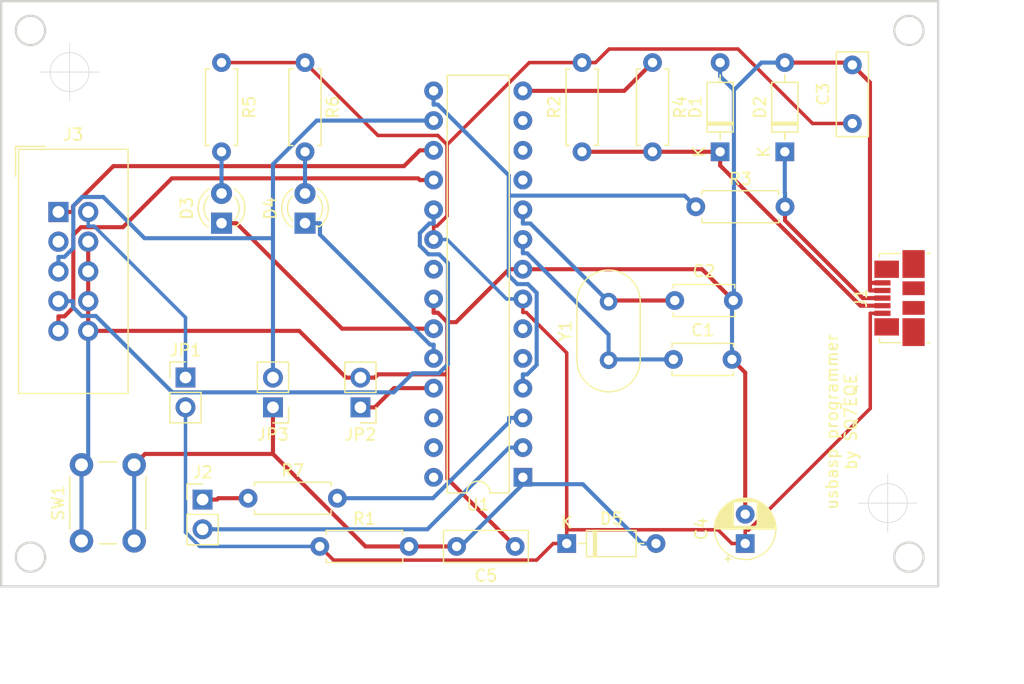
<source format=kicad_pcb>
(kicad_pcb (version 20171130) (host pcbnew 5.1.4-3.fc30)

  (general
    (thickness 1.6)
    (drawings 13)
    (tracks 204)
    (zones 0)
    (modules 26)
    (nets 33)
  )

  (page A4)
  (title_block
    (title "usbasp avr programmer PCB")
    (date 2019-09-17)
    (rev 2.0)
    (company "mgr inż. Paweł Sobótka")
    (comment 1 "GNU GPLv3")
    (comment 2 "made with FR4 laminat")
    (comment 3 "double side PCB")
  )

  (layers
    (0 F.Cu signal)
    (31 B.Cu signal)
    (32 B.Adhes user)
    (33 F.Adhes user)
    (34 B.Paste user)
    (35 F.Paste user)
    (36 B.SilkS user)
    (37 F.SilkS user)
    (38 B.Mask user)
    (39 F.Mask user)
    (40 Dwgs.User user)
    (41 Cmts.User user)
    (42 Eco1.User user)
    (43 Eco2.User user)
    (44 Edge.Cuts user)
    (45 Margin user)
    (46 B.CrtYd user)
    (47 F.CrtYd user)
    (48 B.Fab user)
    (49 F.Fab user)
  )

  (setup
    (last_trace_width 0.25)
    (user_trace_width 0.25)
    (user_trace_width 0.5)
    (user_trace_width 1)
    (trace_clearance 0.2)
    (zone_clearance 0.508)
    (zone_45_only no)
    (trace_min 0.2)
    (via_size 0.8)
    (via_drill 0.4)
    (via_min_size 0.4)
    (via_min_drill 0.3)
    (user_via 0.8 0.4)
    (user_via 0.8 0.4)
    (user_via 1 0.5)
    (uvia_size 0.3)
    (uvia_drill 0.1)
    (uvias_allowed no)
    (uvia_min_size 0.2)
    (uvia_min_drill 0.1)
    (edge_width 0.05)
    (segment_width 0.2)
    (pcb_text_width 0.3)
    (pcb_text_size 1.5 1.5)
    (mod_edge_width 0.12)
    (mod_text_size 1 1)
    (mod_text_width 0.15)
    (pad_size 1.524 1.524)
    (pad_drill 0.762)
    (pad_to_mask_clearance 0.051)
    (solder_mask_min_width 0.25)
    (aux_axis_origin 57.6326 113.73612)
    (visible_elements FFFFFF7F)
    (pcbplotparams
      (layerselection 0x292f0_ffffffff)
      (usegerberextensions false)
      (usegerberattributes true)
      (usegerberadvancedattributes true)
      (creategerberjobfile true)
      (excludeedgelayer true)
      (linewidth 0.150000)
      (plotframeref false)
      (viasonmask false)
      (mode 1)
      (useauxorigin true)
      (hpglpennumber 1)
      (hpglpenspeed 20)
      (hpglpendiameter 15.000000)
      (psnegative false)
      (psa4output false)
      (plotreference true)
      (plotvalue true)
      (plotinvisibletext false)
      (padsonsilk false)
      (subtractmaskfromsilk true)
      (outputformat 1)
      (mirror false)
      (drillshape 0)
      (scaleselection 1)
      (outputdirectory "grbv/"))
  )

  (net 0 "")
  (net 1 "Net-(C1-Pad1)")
  (net 2 GND)
  (net 3 "Net-(C2-Pad1)")
  (net 4 +5V)
  (net 5 "Net-(C5-Pad2)")
  (net 6 "Net-(D1-Pad1)")
  (net 7 "Net-(D2-Pad1)")
  (net 8 "Net-(D3-Pad1)")
  (net 9 "Net-(D3-Pad2)")
  (net 10 "Net-(D4-Pad2)")
  (net 11 "Net-(D4-Pad1)")
  (net 12 "Net-(J2-Pad1)")
  (net 13 VCCINT)
  (net 14 "Net-(JP2-Pad1)")
  (net 15 "Net-(R3-Pad1)")
  (net 16 "Net-(R4-Pad1)")
  (net 17 "Net-(R7-Pad2)")
  (net 18 "Net-(U1-Pad5)")
  (net 19 "Net-(U1-Pad6)")
  (net 20 "Net-(U1-Pad21)")
  (net 21 "Net-(U1-Pad11)")
  (net 22 "Net-(U1-Pad12)")
  (net 23 "Net-(U1-Pad26)")
  (net 24 "Net-(U1-Pad13)")
  (net 25 "Net-(U1-Pad27)")
  (net 26 "Net-(U1-Pad28)")
  (net 27 "Net-(J2-Pad2)")
  (net 28 "Net-(J3-Pad1)")
  (net 29 "Net-(J3-Pad3)")
  (net 30 "Net-(J3-Pad5)")
  (net 31 "Net-(J3-Pad7)")
  (net 32 "Net-(J3-Pad9)")

  (net_class Default "To jest domyślna klasa połączeń."
    (clearance 0.2)
    (trace_width 0.25)
    (via_dia 0.8)
    (via_drill 0.4)
    (uvia_dia 0.3)
    (uvia_drill 0.1)
  )

  (net_class +5V ""
    (clearance 0.2)
    (trace_width 0.3)
    (via_dia 0.8)
    (via_drill 0.4)
    (uvia_dia 0.3)
    (uvia_drill 0.1)
    (add_net +5V)
    (add_net VCCINT)
  )

  (net_class GND ""
    (clearance 0.2)
    (trace_width 0.35)
    (via_dia 0.8)
    (via_drill 0.4)
    (uvia_dia 0.3)
    (uvia_drill 0.1)
    (add_net GND)
  )

  (net_class signals ""
    (clearance 0.2)
    (trace_width 0.35)
    (via_dia 0.8)
    (via_drill 0.4)
    (uvia_dia 0.3)
    (uvia_drill 0.1)
    (add_net "Net-(C1-Pad1)")
    (add_net "Net-(C2-Pad1)")
    (add_net "Net-(C5-Pad2)")
    (add_net "Net-(D1-Pad1)")
    (add_net "Net-(D2-Pad1)")
    (add_net "Net-(D3-Pad1)")
    (add_net "Net-(D3-Pad2)")
    (add_net "Net-(D4-Pad1)")
    (add_net "Net-(D4-Pad2)")
    (add_net "Net-(J2-Pad1)")
    (add_net "Net-(J2-Pad2)")
    (add_net "Net-(J3-Pad1)")
    (add_net "Net-(J3-Pad3)")
    (add_net "Net-(J3-Pad5)")
    (add_net "Net-(J3-Pad7)")
    (add_net "Net-(J3-Pad9)")
    (add_net "Net-(JP2-Pad1)")
    (add_net "Net-(R3-Pad1)")
    (add_net "Net-(R4-Pad1)")
    (add_net "Net-(R7-Pad2)")
    (add_net "Net-(U1-Pad11)")
    (add_net "Net-(U1-Pad12)")
    (add_net "Net-(U1-Pad13)")
    (add_net "Net-(U1-Pad21)")
    (add_net "Net-(U1-Pad26)")
    (add_net "Net-(U1-Pad27)")
    (add_net "Net-(U1-Pad28)")
    (add_net "Net-(U1-Pad5)")
    (add_net "Net-(U1-Pad6)")
  )

  (module Connector_USB:USB_Micro-B_Molex_47346-0001 (layer F.Cu) (tedit 5A1DC0BD) (tstamp 5D5F8702)
    (at 134.359 89.1596 90)
    (descr "Micro USB B receptable with flange, bottom-mount, SMD, right-angle (http://www.molex.com/pdm_docs/sd/473460001_sd.pdf)")
    (tags "Micro B USB SMD")
    (path /5D1D8C69)
    (attr smd)
    (fp_text reference J1 (at 0 -3.3 270) (layer F.SilkS)
      (effects (font (size 1 1) (thickness 0.15)))
    )
    (fp_text value USB_B (at 3.23596 -3.55052 270) (layer F.Fab)
      (effects (font (size 1 1) (thickness 0.15)))
    )
    (fp_line (start -3.25 2.65) (end 3.25 2.65) (layer F.Fab) (width 0.1))
    (fp_line (start -3.81 2.6) (end -3.81 2.34) (layer F.SilkS) (width 0.12))
    (fp_line (start -3.81 0.06) (end -3.81 -1.71) (layer F.SilkS) (width 0.12))
    (fp_line (start -3.81 -1.71) (end -3.43 -1.71) (layer F.SilkS) (width 0.12))
    (fp_line (start 3.81 -1.71) (end 3.81 0.06) (layer F.SilkS) (width 0.12))
    (fp_line (start 3.81 2.34) (end 3.81 2.6) (layer F.SilkS) (width 0.12))
    (fp_line (start -3.75 3.35) (end -3.75 -1.65) (layer F.Fab) (width 0.1))
    (fp_line (start -3.75 -1.65) (end 3.75 -1.65) (layer F.Fab) (width 0.1))
    (fp_line (start 3.75 -1.65) (end 3.75 3.35) (layer F.Fab) (width 0.1))
    (fp_line (start 3.75 3.35) (end -3.75 3.35) (layer F.Fab) (width 0.1))
    (fp_line (start -4.6 3.9) (end -4.6 -2.7) (layer F.CrtYd) (width 0.05))
    (fp_line (start -4.6 -2.7) (end 4.6 -2.7) (layer F.CrtYd) (width 0.05))
    (fp_line (start 4.6 -2.7) (end 4.6 3.9) (layer F.CrtYd) (width 0.05))
    (fp_line (start 4.6 3.9) (end -4.6 3.9) (layer F.CrtYd) (width 0.05))
    (fp_line (start 3.81 -1.71) (end 3.43 -1.71) (layer F.SilkS) (width 0.12))
    (fp_text user %R (at 0 1.2 90) (layer F.Fab)
      (effects (font (size 1 1) (thickness 0.15)))
    )
    (fp_text user "PCB Edge" (at 0 2.67 270) (layer Dwgs.User)
      (effects (font (size 0.4 0.4) (thickness 0.04)))
    )
    (pad 6 smd rect (at 0.84 1.2 90) (size 1.175 1.9) (layers F.Cu F.Paste F.Mask))
    (pad 6 smd rect (at -0.84 1.2 90) (size 1.175 1.9) (layers F.Cu F.Paste F.Mask))
    (pad 6 smd rect (at 2.91 1.2 90) (size 2.375 1.9) (layers F.Cu F.Paste F.Mask))
    (pad 6 smd rect (at -2.91 1.2 90) (size 2.375 1.9) (layers F.Cu F.Paste F.Mask))
    (pad 6 smd rect (at 2.4625 -1.1 90) (size 1.475 2.1) (layers F.Cu F.Paste F.Mask))
    (pad 6 smd rect (at -2.4625 -1.1 90) (size 1.475 2.1) (layers F.Cu F.Paste F.Mask))
    (pad 5 smd rect (at 1.3 -1.46 90) (size 0.45 1.38) (layers F.Cu F.Paste F.Mask)
      (net 2 GND))
    (pad 4 smd rect (at 0.65 -1.46 90) (size 0.45 1.38) (layers F.Cu F.Paste F.Mask)
      (net 2 GND))
    (pad 3 smd rect (at 0 -1.46 90) (size 0.45 1.38) (layers F.Cu F.Paste F.Mask)
      (net 7 "Net-(D2-Pad1)"))
    (pad 2 smd rect (at -0.65 -1.46 90) (size 0.45 1.38) (layers F.Cu F.Paste F.Mask)
      (net 6 "Net-(D1-Pad1)"))
    (pad 1 smd rect (at -1.3 -1.46 90) (size 0.45 1.38) (layers F.Cu F.Paste F.Mask)
      (net 4 +5V))
    (model ${KISYS3DMOD}/Connector_USB.3dshapes/USB_Micro-B_Molex_47346-0001.wrl
      (at (xyz 0 0 0))
      (scale (xyz 1 1 1))
      (rotate (xyz 0 0 0))
    )
  )

  (module Crystal:Resonator-2Pin_W10.0mm_H5.0mm (layer F.Cu) (tedit 5A0FD1B2) (tstamp 5D5F91A7)
    (at 109.518 94.4677 90)
    (descr "Ceramic Resomator/Filter 10.0x5.0 RedFrequency MG/MT/MX series, http://www.red-frequency.com/download/datenblatt/redfrequency-datenblatt-ir-zta.pdf, length*width=10.0x5.0mm^2 package, package length=10.0mm, package width=5.0mm, 2 pins")
    (tags "THT ceramic resonator filter")
    (path /5D1D87AE)
    (fp_text reference Y1 (at 2.5 -3.7 90) (layer F.SilkS)
      (effects (font (size 1 1) (thickness 0.15)))
    )
    (fp_text value 12MHz (at 2.5 3.7 90) (layer F.Fab)
      (effects (font (size 1 1) (thickness 0.15)))
    )
    (fp_arc (start 5 0) (end 5 -2.7) (angle 180) (layer F.SilkS) (width 0.12))
    (fp_arc (start 0 0) (end 0 -2.7) (angle -180) (layer F.SilkS) (width 0.12))
    (fp_arc (start 5 0) (end 5 -2.5) (angle 180) (layer F.Fab) (width 0.1))
    (fp_arc (start 0 0) (end 0 -2.5) (angle -180) (layer F.Fab) (width 0.1))
    (fp_arc (start 5 0) (end 5 -2.5) (angle 180) (layer F.Fab) (width 0.1))
    (fp_arc (start 0 0) (end 0 -2.5) (angle -180) (layer F.Fab) (width 0.1))
    (fp_line (start 8 -3) (end -3 -3) (layer F.CrtYd) (width 0.05))
    (fp_line (start 8 3) (end 8 -3) (layer F.CrtYd) (width 0.05))
    (fp_line (start -3 3) (end 8 3) (layer F.CrtYd) (width 0.05))
    (fp_line (start -3 -3) (end -3 3) (layer F.CrtYd) (width 0.05))
    (fp_line (start 0 2.7) (end 5 2.7) (layer F.SilkS) (width 0.12))
    (fp_line (start 0 -2.7) (end 5 -2.7) (layer F.SilkS) (width 0.12))
    (fp_line (start 0 2.5) (end 5 2.5) (layer F.Fab) (width 0.1))
    (fp_line (start 0 -2.5) (end 5 -2.5) (layer F.Fab) (width 0.1))
    (fp_line (start 0 2.5) (end 5 2.5) (layer F.Fab) (width 0.1))
    (fp_line (start 0 -2.5) (end 5 -2.5) (layer F.Fab) (width 0.1))
    (fp_text user %R (at 2.5 0 90) (layer F.Fab)
      (effects (font (size 1 1) (thickness 0.15)))
    )
    (pad 2 thru_hole circle (at 5 0 90) (size 1.5 1.5) (drill 0.8) (layers *.Cu *.Mask)
      (net 3 "Net-(C2-Pad1)"))
    (pad 1 thru_hole circle (at 0 0 90) (size 1.5 1.5) (drill 0.8) (layers *.Cu *.Mask)
      (net 1 "Net-(C1-Pad1)"))
    (model ${KISYS3DMOD}/Crystal.3dshapes/Resonator-2Pin_W10.0mm_H5.0mm.wrl
      (at (xyz 0 0 0))
      (scale (xyz 1 1 1))
      (rotate (xyz 0 0 0))
    )
  )

  (module Button_Switch_THT:SW_PUSH_6mm (layer F.Cu) (tedit 5A02FE31) (tstamp 5D5FB11C)
    (at 64.516 109.905 90)
    (descr https://www.omron.com/ecb/products/pdf/en-b3f.pdf)
    (tags "tact sw push 6mm")
    (path /5D635B2A)
    (fp_text reference SW1 (at 3.25 -2 90) (layer F.SilkS)
      (effects (font (size 1 1) (thickness 0.15)))
    )
    (fp_text value RESET (at 3.75 6.7 90) (layer F.Fab)
      (effects (font (size 1 1) (thickness 0.15)))
    )
    (fp_circle (center 3.25 2.25) (end 1.25 2.5) (layer F.Fab) (width 0.1))
    (fp_line (start 6.75 3) (end 6.75 1.5) (layer F.SilkS) (width 0.12))
    (fp_line (start 5.5 -1) (end 1 -1) (layer F.SilkS) (width 0.12))
    (fp_line (start -0.25 1.5) (end -0.25 3) (layer F.SilkS) (width 0.12))
    (fp_line (start 1 5.5) (end 5.5 5.5) (layer F.SilkS) (width 0.12))
    (fp_line (start 8 -1.25) (end 8 5.75) (layer F.CrtYd) (width 0.05))
    (fp_line (start 7.75 6) (end -1.25 6) (layer F.CrtYd) (width 0.05))
    (fp_line (start -1.5 5.75) (end -1.5 -1.25) (layer F.CrtYd) (width 0.05))
    (fp_line (start -1.25 -1.5) (end 7.75 -1.5) (layer F.CrtYd) (width 0.05))
    (fp_line (start -1.5 6) (end -1.25 6) (layer F.CrtYd) (width 0.05))
    (fp_line (start -1.5 5.75) (end -1.5 6) (layer F.CrtYd) (width 0.05))
    (fp_line (start -1.5 -1.5) (end -1.25 -1.5) (layer F.CrtYd) (width 0.05))
    (fp_line (start -1.5 -1.25) (end -1.5 -1.5) (layer F.CrtYd) (width 0.05))
    (fp_line (start 8 -1.5) (end 8 -1.25) (layer F.CrtYd) (width 0.05))
    (fp_line (start 7.75 -1.5) (end 8 -1.5) (layer F.CrtYd) (width 0.05))
    (fp_line (start 8 6) (end 8 5.75) (layer F.CrtYd) (width 0.05))
    (fp_line (start 7.75 6) (end 8 6) (layer F.CrtYd) (width 0.05))
    (fp_line (start 0.25 -0.75) (end 3.25 -0.75) (layer F.Fab) (width 0.1))
    (fp_line (start 0.25 5.25) (end 0.25 -0.75) (layer F.Fab) (width 0.1))
    (fp_line (start 6.25 5.25) (end 0.25 5.25) (layer F.Fab) (width 0.1))
    (fp_line (start 6.25 -0.75) (end 6.25 5.25) (layer F.Fab) (width 0.1))
    (fp_line (start 3.25 -0.75) (end 6.25 -0.75) (layer F.Fab) (width 0.1))
    (fp_text user %R (at 3.25 2.25 90) (layer F.Fab)
      (effects (font (size 1 1) (thickness 0.15)))
    )
    (pad 1 thru_hole circle (at 6.5 0 180) (size 2 2) (drill 1.1) (layers *.Cu *.Mask)
      (net 2 GND))
    (pad 2 thru_hole circle (at 6.5 4.5 180) (size 2 2) (drill 1.1) (layers *.Cu *.Mask)
      (net 5 "Net-(C5-Pad2)"))
    (pad 1 thru_hole circle (at 0 0 180) (size 2 2) (drill 1.1) (layers *.Cu *.Mask)
      (net 2 GND))
    (pad 2 thru_hole circle (at 0 4.5 180) (size 2 2) (drill 1.1) (layers *.Cu *.Mask)
      (net 5 "Net-(C5-Pad2)"))
    (model ${KISYS3DMOD}/Button_Switch_THT.3dshapes/SW_PUSH_6mm.wrl
      (at (xyz 0 0 0))
      (scale (xyz 1 1 1))
      (rotate (xyz 0 0 0))
    )
  )

  (module Capacitor_THT:C_Disc_D5.0mm_W2.5mm_P5.00mm (layer F.Cu) (tedit 5AE50EF0) (tstamp 5D5F85A3)
    (at 115.056 94.4016)
    (descr "C, Disc series, Radial, pin pitch=5.00mm, , diameter*width=5*2.5mm^2, Capacitor, http://cdn-reichelt.de/documents/datenblatt/B300/DS_KERKO_TC.pdf")
    (tags "C Disc series Radial pin pitch 5.00mm  diameter 5mm width 2.5mm Capacitor")
    (path /5D209660)
    (fp_text reference C1 (at 2.5 -2.5) (layer F.SilkS)
      (effects (font (size 1 1) (thickness 0.15)))
    )
    (fp_text value 22pF (at 2.5 2.5) (layer F.Fab)
      (effects (font (size 1 1) (thickness 0.15)))
    )
    (fp_line (start 0 -1.25) (end 0 1.25) (layer F.Fab) (width 0.1))
    (fp_line (start 0 1.25) (end 5 1.25) (layer F.Fab) (width 0.1))
    (fp_line (start 5 1.25) (end 5 -1.25) (layer F.Fab) (width 0.1))
    (fp_line (start 5 -1.25) (end 0 -1.25) (layer F.Fab) (width 0.1))
    (fp_line (start -0.12 -1.37) (end 5.12 -1.37) (layer F.SilkS) (width 0.12))
    (fp_line (start -0.12 1.37) (end 5.12 1.37) (layer F.SilkS) (width 0.12))
    (fp_line (start -0.12 -1.37) (end -0.12 -1.055) (layer F.SilkS) (width 0.12))
    (fp_line (start -0.12 1.055) (end -0.12 1.37) (layer F.SilkS) (width 0.12))
    (fp_line (start 5.12 -1.37) (end 5.12 -1.055) (layer F.SilkS) (width 0.12))
    (fp_line (start 5.12 1.055) (end 5.12 1.37) (layer F.SilkS) (width 0.12))
    (fp_line (start -1.05 -1.5) (end -1.05 1.5) (layer F.CrtYd) (width 0.05))
    (fp_line (start -1.05 1.5) (end 6.05 1.5) (layer F.CrtYd) (width 0.05))
    (fp_line (start 6.05 1.5) (end 6.05 -1.5) (layer F.CrtYd) (width 0.05))
    (fp_line (start 6.05 -1.5) (end -1.05 -1.5) (layer F.CrtYd) (width 0.05))
    (fp_text user %R (at 2.5 0) (layer F.Fab)
      (effects (font (size 1 1) (thickness 0.15)))
    )
    (pad 1 thru_hole circle (at 0 0) (size 1.6 1.6) (drill 0.8) (layers *.Cu *.Mask)
      (net 1 "Net-(C1-Pad1)"))
    (pad 2 thru_hole circle (at 5 0) (size 1.6 1.6) (drill 0.8) (layers *.Cu *.Mask)
      (net 2 GND))
    (model ${KISYS3DMOD}/Capacitor_THT.3dshapes/C_Disc_D5.0mm_W2.5mm_P5.00mm.wrl
      (at (xyz 0 0 0))
      (scale (xyz 1 1 1))
      (rotate (xyz 0 0 0))
    )
  )

  (module Capacitor_THT:C_Disc_D5.0mm_W2.5mm_P5.00mm (layer F.Cu) (tedit 5AE50EF0) (tstamp 5D5F85B8)
    (at 115.167 89.3674)
    (descr "C, Disc series, Radial, pin pitch=5.00mm, , diameter*width=5*2.5mm^2, Capacitor, http://cdn-reichelt.de/documents/datenblatt/B300/DS_KERKO_TC.pdf")
    (tags "C Disc series Radial pin pitch 5.00mm  diameter 5mm width 2.5mm Capacitor")
    (path /5D209905)
    (fp_text reference C2 (at 2.5 -2.5) (layer F.SilkS)
      (effects (font (size 1 1) (thickness 0.15)))
    )
    (fp_text value 22pF (at 2.5 2.5) (layer F.Fab)
      (effects (font (size 1 1) (thickness 0.15)))
    )
    (fp_text user %R (at 2.5 0) (layer F.Fab)
      (effects (font (size 1 1) (thickness 0.15)))
    )
    (fp_line (start 6.05 -1.5) (end -1.05 -1.5) (layer F.CrtYd) (width 0.05))
    (fp_line (start 6.05 1.5) (end 6.05 -1.5) (layer F.CrtYd) (width 0.05))
    (fp_line (start -1.05 1.5) (end 6.05 1.5) (layer F.CrtYd) (width 0.05))
    (fp_line (start -1.05 -1.5) (end -1.05 1.5) (layer F.CrtYd) (width 0.05))
    (fp_line (start 5.12 1.055) (end 5.12 1.37) (layer F.SilkS) (width 0.12))
    (fp_line (start 5.12 -1.37) (end 5.12 -1.055) (layer F.SilkS) (width 0.12))
    (fp_line (start -0.12 1.055) (end -0.12 1.37) (layer F.SilkS) (width 0.12))
    (fp_line (start -0.12 -1.37) (end -0.12 -1.055) (layer F.SilkS) (width 0.12))
    (fp_line (start -0.12 1.37) (end 5.12 1.37) (layer F.SilkS) (width 0.12))
    (fp_line (start -0.12 -1.37) (end 5.12 -1.37) (layer F.SilkS) (width 0.12))
    (fp_line (start 5 -1.25) (end 0 -1.25) (layer F.Fab) (width 0.1))
    (fp_line (start 5 1.25) (end 5 -1.25) (layer F.Fab) (width 0.1))
    (fp_line (start 0 1.25) (end 5 1.25) (layer F.Fab) (width 0.1))
    (fp_line (start 0 -1.25) (end 0 1.25) (layer F.Fab) (width 0.1))
    (pad 2 thru_hole circle (at 5 0) (size 1.6 1.6) (drill 0.8) (layers *.Cu *.Mask)
      (net 2 GND))
    (pad 1 thru_hole circle (at 0 0) (size 1.6 1.6) (drill 0.8) (layers *.Cu *.Mask)
      (net 3 "Net-(C2-Pad1)"))
    (model ${KISYS3DMOD}/Capacitor_THT.3dshapes/C_Disc_D5.0mm_W2.5mm_P5.00mm.wrl
      (at (xyz 0 0 0))
      (scale (xyz 1 1 1))
      (rotate (xyz 0 0 0))
    )
  )

  (module Capacitor_THT:C_Rect_L7.0mm_W2.5mm_P5.00mm (layer F.Cu) (tedit 5AE50EF0) (tstamp 5D80CECE)
    (at 130.333 74.2398 90)
    (descr "C, Rect series, Radial, pin pitch=5.00mm, , length*width=7*2.5mm^2, Capacitor")
    (tags "C Rect series Radial pin pitch 5.00mm  length 7mm width 2.5mm Capacitor")
    (path /5D1DEF58)
    (fp_text reference C3 (at 2.5 -2.5 90) (layer F.SilkS)
      (effects (font (size 1 1) (thickness 0.15)))
    )
    (fp_text value 100n (at 2.5 2.5 90) (layer F.Fab)
      (effects (font (size 1 1) (thickness 0.15)))
    )
    (fp_line (start -1 -1.25) (end -1 1.25) (layer F.Fab) (width 0.1))
    (fp_line (start -1 1.25) (end 6 1.25) (layer F.Fab) (width 0.1))
    (fp_line (start 6 1.25) (end 6 -1.25) (layer F.Fab) (width 0.1))
    (fp_line (start 6 -1.25) (end -1 -1.25) (layer F.Fab) (width 0.1))
    (fp_line (start -1.12 -1.37) (end 6.12 -1.37) (layer F.SilkS) (width 0.12))
    (fp_line (start -1.12 1.37) (end 6.12 1.37) (layer F.SilkS) (width 0.12))
    (fp_line (start -1.12 -1.37) (end -1.12 1.37) (layer F.SilkS) (width 0.12))
    (fp_line (start 6.12 -1.37) (end 6.12 1.37) (layer F.SilkS) (width 0.12))
    (fp_line (start -1.25 -1.5) (end -1.25 1.5) (layer F.CrtYd) (width 0.05))
    (fp_line (start -1.25 1.5) (end 6.25 1.5) (layer F.CrtYd) (width 0.05))
    (fp_line (start 6.25 1.5) (end 6.25 -1.5) (layer F.CrtYd) (width 0.05))
    (fp_line (start 6.25 -1.5) (end -1.25 -1.5) (layer F.CrtYd) (width 0.05))
    (fp_text user %R (at 2.5 0 90) (layer F.Fab)
      (effects (font (size 1 1) (thickness 0.15)))
    )
    (pad 1 thru_hole circle (at 0 0 90) (size 1.6 1.6) (drill 0.8) (layers *.Cu *.Mask)
      (net 4 +5V))
    (pad 2 thru_hole circle (at 5 0 90) (size 1.6 1.6) (drill 0.8) (layers *.Cu *.Mask)
      (net 2 GND))
    (model ${KISYS3DMOD}/Capacitor_THT.3dshapes/C_Rect_L7.0mm_W2.5mm_P5.00mm.wrl
      (at (xyz 0 0 0))
      (scale (xyz 1 1 1))
      (rotate (xyz 0 0 0))
    )
  )

  (module Capacitor_THT:CP_Radial_D5.0mm_P2.50mm (layer F.Cu) (tedit 5AE50EF0) (tstamp 5D5F864F)
    (at 121.183 110.13 90)
    (descr "CP, Radial series, Radial, pin pitch=2.50mm, , diameter=5mm, Electrolytic Capacitor")
    (tags "CP Radial series Radial pin pitch 2.50mm  diameter 5mm Electrolytic Capacitor")
    (path /5D1DFE1A)
    (fp_text reference C4 (at 1.25 -3.75 90) (layer F.SilkS)
      (effects (font (size 1 1) (thickness 0.15)))
    )
    (fp_text value 4u7 (at 1.25 3.75 90) (layer F.Fab)
      (effects (font (size 1 1) (thickness 0.15)))
    )
    (fp_circle (center 1.25 0) (end 3.75 0) (layer F.Fab) (width 0.1))
    (fp_circle (center 1.25 0) (end 3.87 0) (layer F.SilkS) (width 0.12))
    (fp_circle (center 1.25 0) (end 4 0) (layer F.CrtYd) (width 0.05))
    (fp_line (start -0.883605 -1.0875) (end -0.383605 -1.0875) (layer F.Fab) (width 0.1))
    (fp_line (start -0.633605 -1.3375) (end -0.633605 -0.8375) (layer F.Fab) (width 0.1))
    (fp_line (start 1.25 -2.58) (end 1.25 2.58) (layer F.SilkS) (width 0.12))
    (fp_line (start 1.29 -2.58) (end 1.29 2.58) (layer F.SilkS) (width 0.12))
    (fp_line (start 1.33 -2.579) (end 1.33 2.579) (layer F.SilkS) (width 0.12))
    (fp_line (start 1.37 -2.578) (end 1.37 2.578) (layer F.SilkS) (width 0.12))
    (fp_line (start 1.41 -2.576) (end 1.41 2.576) (layer F.SilkS) (width 0.12))
    (fp_line (start 1.45 -2.573) (end 1.45 2.573) (layer F.SilkS) (width 0.12))
    (fp_line (start 1.49 -2.569) (end 1.49 -1.04) (layer F.SilkS) (width 0.12))
    (fp_line (start 1.49 1.04) (end 1.49 2.569) (layer F.SilkS) (width 0.12))
    (fp_line (start 1.53 -2.565) (end 1.53 -1.04) (layer F.SilkS) (width 0.12))
    (fp_line (start 1.53 1.04) (end 1.53 2.565) (layer F.SilkS) (width 0.12))
    (fp_line (start 1.57 -2.561) (end 1.57 -1.04) (layer F.SilkS) (width 0.12))
    (fp_line (start 1.57 1.04) (end 1.57 2.561) (layer F.SilkS) (width 0.12))
    (fp_line (start 1.61 -2.556) (end 1.61 -1.04) (layer F.SilkS) (width 0.12))
    (fp_line (start 1.61 1.04) (end 1.61 2.556) (layer F.SilkS) (width 0.12))
    (fp_line (start 1.65 -2.55) (end 1.65 -1.04) (layer F.SilkS) (width 0.12))
    (fp_line (start 1.65 1.04) (end 1.65 2.55) (layer F.SilkS) (width 0.12))
    (fp_line (start 1.69 -2.543) (end 1.69 -1.04) (layer F.SilkS) (width 0.12))
    (fp_line (start 1.69 1.04) (end 1.69 2.543) (layer F.SilkS) (width 0.12))
    (fp_line (start 1.73 -2.536) (end 1.73 -1.04) (layer F.SilkS) (width 0.12))
    (fp_line (start 1.73 1.04) (end 1.73 2.536) (layer F.SilkS) (width 0.12))
    (fp_line (start 1.77 -2.528) (end 1.77 -1.04) (layer F.SilkS) (width 0.12))
    (fp_line (start 1.77 1.04) (end 1.77 2.528) (layer F.SilkS) (width 0.12))
    (fp_line (start 1.81 -2.52) (end 1.81 -1.04) (layer F.SilkS) (width 0.12))
    (fp_line (start 1.81 1.04) (end 1.81 2.52) (layer F.SilkS) (width 0.12))
    (fp_line (start 1.85 -2.511) (end 1.85 -1.04) (layer F.SilkS) (width 0.12))
    (fp_line (start 1.85 1.04) (end 1.85 2.511) (layer F.SilkS) (width 0.12))
    (fp_line (start 1.89 -2.501) (end 1.89 -1.04) (layer F.SilkS) (width 0.12))
    (fp_line (start 1.89 1.04) (end 1.89 2.501) (layer F.SilkS) (width 0.12))
    (fp_line (start 1.93 -2.491) (end 1.93 -1.04) (layer F.SilkS) (width 0.12))
    (fp_line (start 1.93 1.04) (end 1.93 2.491) (layer F.SilkS) (width 0.12))
    (fp_line (start 1.971 -2.48) (end 1.971 -1.04) (layer F.SilkS) (width 0.12))
    (fp_line (start 1.971 1.04) (end 1.971 2.48) (layer F.SilkS) (width 0.12))
    (fp_line (start 2.011 -2.468) (end 2.011 -1.04) (layer F.SilkS) (width 0.12))
    (fp_line (start 2.011 1.04) (end 2.011 2.468) (layer F.SilkS) (width 0.12))
    (fp_line (start 2.051 -2.455) (end 2.051 -1.04) (layer F.SilkS) (width 0.12))
    (fp_line (start 2.051 1.04) (end 2.051 2.455) (layer F.SilkS) (width 0.12))
    (fp_line (start 2.091 -2.442) (end 2.091 -1.04) (layer F.SilkS) (width 0.12))
    (fp_line (start 2.091 1.04) (end 2.091 2.442) (layer F.SilkS) (width 0.12))
    (fp_line (start 2.131 -2.428) (end 2.131 -1.04) (layer F.SilkS) (width 0.12))
    (fp_line (start 2.131 1.04) (end 2.131 2.428) (layer F.SilkS) (width 0.12))
    (fp_line (start 2.171 -2.414) (end 2.171 -1.04) (layer F.SilkS) (width 0.12))
    (fp_line (start 2.171 1.04) (end 2.171 2.414) (layer F.SilkS) (width 0.12))
    (fp_line (start 2.211 -2.398) (end 2.211 -1.04) (layer F.SilkS) (width 0.12))
    (fp_line (start 2.211 1.04) (end 2.211 2.398) (layer F.SilkS) (width 0.12))
    (fp_line (start 2.251 -2.382) (end 2.251 -1.04) (layer F.SilkS) (width 0.12))
    (fp_line (start 2.251 1.04) (end 2.251 2.382) (layer F.SilkS) (width 0.12))
    (fp_line (start 2.291 -2.365) (end 2.291 -1.04) (layer F.SilkS) (width 0.12))
    (fp_line (start 2.291 1.04) (end 2.291 2.365) (layer F.SilkS) (width 0.12))
    (fp_line (start 2.331 -2.348) (end 2.331 -1.04) (layer F.SilkS) (width 0.12))
    (fp_line (start 2.331 1.04) (end 2.331 2.348) (layer F.SilkS) (width 0.12))
    (fp_line (start 2.371 -2.329) (end 2.371 -1.04) (layer F.SilkS) (width 0.12))
    (fp_line (start 2.371 1.04) (end 2.371 2.329) (layer F.SilkS) (width 0.12))
    (fp_line (start 2.411 -2.31) (end 2.411 -1.04) (layer F.SilkS) (width 0.12))
    (fp_line (start 2.411 1.04) (end 2.411 2.31) (layer F.SilkS) (width 0.12))
    (fp_line (start 2.451 -2.29) (end 2.451 -1.04) (layer F.SilkS) (width 0.12))
    (fp_line (start 2.451 1.04) (end 2.451 2.29) (layer F.SilkS) (width 0.12))
    (fp_line (start 2.491 -2.268) (end 2.491 -1.04) (layer F.SilkS) (width 0.12))
    (fp_line (start 2.491 1.04) (end 2.491 2.268) (layer F.SilkS) (width 0.12))
    (fp_line (start 2.531 -2.247) (end 2.531 -1.04) (layer F.SilkS) (width 0.12))
    (fp_line (start 2.531 1.04) (end 2.531 2.247) (layer F.SilkS) (width 0.12))
    (fp_line (start 2.571 -2.224) (end 2.571 -1.04) (layer F.SilkS) (width 0.12))
    (fp_line (start 2.571 1.04) (end 2.571 2.224) (layer F.SilkS) (width 0.12))
    (fp_line (start 2.611 -2.2) (end 2.611 -1.04) (layer F.SilkS) (width 0.12))
    (fp_line (start 2.611 1.04) (end 2.611 2.2) (layer F.SilkS) (width 0.12))
    (fp_line (start 2.651 -2.175) (end 2.651 -1.04) (layer F.SilkS) (width 0.12))
    (fp_line (start 2.651 1.04) (end 2.651 2.175) (layer F.SilkS) (width 0.12))
    (fp_line (start 2.691 -2.149) (end 2.691 -1.04) (layer F.SilkS) (width 0.12))
    (fp_line (start 2.691 1.04) (end 2.691 2.149) (layer F.SilkS) (width 0.12))
    (fp_line (start 2.731 -2.122) (end 2.731 -1.04) (layer F.SilkS) (width 0.12))
    (fp_line (start 2.731 1.04) (end 2.731 2.122) (layer F.SilkS) (width 0.12))
    (fp_line (start 2.771 -2.095) (end 2.771 -1.04) (layer F.SilkS) (width 0.12))
    (fp_line (start 2.771 1.04) (end 2.771 2.095) (layer F.SilkS) (width 0.12))
    (fp_line (start 2.811 -2.065) (end 2.811 -1.04) (layer F.SilkS) (width 0.12))
    (fp_line (start 2.811 1.04) (end 2.811 2.065) (layer F.SilkS) (width 0.12))
    (fp_line (start 2.851 -2.035) (end 2.851 -1.04) (layer F.SilkS) (width 0.12))
    (fp_line (start 2.851 1.04) (end 2.851 2.035) (layer F.SilkS) (width 0.12))
    (fp_line (start 2.891 -2.004) (end 2.891 -1.04) (layer F.SilkS) (width 0.12))
    (fp_line (start 2.891 1.04) (end 2.891 2.004) (layer F.SilkS) (width 0.12))
    (fp_line (start 2.931 -1.971) (end 2.931 -1.04) (layer F.SilkS) (width 0.12))
    (fp_line (start 2.931 1.04) (end 2.931 1.971) (layer F.SilkS) (width 0.12))
    (fp_line (start 2.971 -1.937) (end 2.971 -1.04) (layer F.SilkS) (width 0.12))
    (fp_line (start 2.971 1.04) (end 2.971 1.937) (layer F.SilkS) (width 0.12))
    (fp_line (start 3.011 -1.901) (end 3.011 -1.04) (layer F.SilkS) (width 0.12))
    (fp_line (start 3.011 1.04) (end 3.011 1.901) (layer F.SilkS) (width 0.12))
    (fp_line (start 3.051 -1.864) (end 3.051 -1.04) (layer F.SilkS) (width 0.12))
    (fp_line (start 3.051 1.04) (end 3.051 1.864) (layer F.SilkS) (width 0.12))
    (fp_line (start 3.091 -1.826) (end 3.091 -1.04) (layer F.SilkS) (width 0.12))
    (fp_line (start 3.091 1.04) (end 3.091 1.826) (layer F.SilkS) (width 0.12))
    (fp_line (start 3.131 -1.785) (end 3.131 -1.04) (layer F.SilkS) (width 0.12))
    (fp_line (start 3.131 1.04) (end 3.131 1.785) (layer F.SilkS) (width 0.12))
    (fp_line (start 3.171 -1.743) (end 3.171 -1.04) (layer F.SilkS) (width 0.12))
    (fp_line (start 3.171 1.04) (end 3.171 1.743) (layer F.SilkS) (width 0.12))
    (fp_line (start 3.211 -1.699) (end 3.211 -1.04) (layer F.SilkS) (width 0.12))
    (fp_line (start 3.211 1.04) (end 3.211 1.699) (layer F.SilkS) (width 0.12))
    (fp_line (start 3.251 -1.653) (end 3.251 -1.04) (layer F.SilkS) (width 0.12))
    (fp_line (start 3.251 1.04) (end 3.251 1.653) (layer F.SilkS) (width 0.12))
    (fp_line (start 3.291 -1.605) (end 3.291 -1.04) (layer F.SilkS) (width 0.12))
    (fp_line (start 3.291 1.04) (end 3.291 1.605) (layer F.SilkS) (width 0.12))
    (fp_line (start 3.331 -1.554) (end 3.331 -1.04) (layer F.SilkS) (width 0.12))
    (fp_line (start 3.331 1.04) (end 3.331 1.554) (layer F.SilkS) (width 0.12))
    (fp_line (start 3.371 -1.5) (end 3.371 -1.04) (layer F.SilkS) (width 0.12))
    (fp_line (start 3.371 1.04) (end 3.371 1.5) (layer F.SilkS) (width 0.12))
    (fp_line (start 3.411 -1.443) (end 3.411 -1.04) (layer F.SilkS) (width 0.12))
    (fp_line (start 3.411 1.04) (end 3.411 1.443) (layer F.SilkS) (width 0.12))
    (fp_line (start 3.451 -1.383) (end 3.451 -1.04) (layer F.SilkS) (width 0.12))
    (fp_line (start 3.451 1.04) (end 3.451 1.383) (layer F.SilkS) (width 0.12))
    (fp_line (start 3.491 -1.319) (end 3.491 -1.04) (layer F.SilkS) (width 0.12))
    (fp_line (start 3.491 1.04) (end 3.491 1.319) (layer F.SilkS) (width 0.12))
    (fp_line (start 3.531 -1.251) (end 3.531 -1.04) (layer F.SilkS) (width 0.12))
    (fp_line (start 3.531 1.04) (end 3.531 1.251) (layer F.SilkS) (width 0.12))
    (fp_line (start 3.571 -1.178) (end 3.571 1.178) (layer F.SilkS) (width 0.12))
    (fp_line (start 3.611 -1.098) (end 3.611 1.098) (layer F.SilkS) (width 0.12))
    (fp_line (start 3.651 -1.011) (end 3.651 1.011) (layer F.SilkS) (width 0.12))
    (fp_line (start 3.691 -0.915) (end 3.691 0.915) (layer F.SilkS) (width 0.12))
    (fp_line (start 3.731 -0.805) (end 3.731 0.805) (layer F.SilkS) (width 0.12))
    (fp_line (start 3.771 -0.677) (end 3.771 0.677) (layer F.SilkS) (width 0.12))
    (fp_line (start 3.811 -0.518) (end 3.811 0.518) (layer F.SilkS) (width 0.12))
    (fp_line (start 3.851 -0.284) (end 3.851 0.284) (layer F.SilkS) (width 0.12))
    (fp_line (start -1.554775 -1.475) (end -1.054775 -1.475) (layer F.SilkS) (width 0.12))
    (fp_line (start -1.304775 -1.725) (end -1.304775 -1.225) (layer F.SilkS) (width 0.12))
    (fp_text user %R (at 1.25 0 90) (layer F.Fab)
      (effects (font (size 1 1) (thickness 0.15)))
    )
    (pad 1 thru_hole rect (at 0 0 90) (size 1.6 1.6) (drill 0.8) (layers *.Cu *.Mask)
      (net 4 +5V))
    (pad 2 thru_hole circle (at 2.5 0 90) (size 1.6 1.6) (drill 0.8) (layers *.Cu *.Mask)
      (net 2 GND))
    (model ${KISYS3DMOD}/Capacitor_THT.3dshapes/CP_Radial_D5.0mm_P2.50mm.wrl
      (at (xyz 0 0 0))
      (scale (xyz 1 1 1))
      (rotate (xyz 0 0 0))
    )
  )

  (module Capacitor_THT:C_Rect_L7.0mm_W2.5mm_P5.00mm (layer F.Cu) (tedit 5AE50EF0) (tstamp 5D5F902C)
    (at 101.545 110.38 180)
    (descr "C, Rect series, Radial, pin pitch=5.00mm, , length*width=7*2.5mm^2, Capacitor")
    (tags "C Rect series Radial pin pitch 5.00mm  length 7mm width 2.5mm Capacitor")
    (path /5D2270FC)
    (fp_text reference C5 (at 2.5 -2.5) (layer F.SilkS)
      (effects (font (size 1 1) (thickness 0.15)))
    )
    (fp_text value 100n (at 2.5 2.5) (layer F.Fab)
      (effects (font (size 1 1) (thickness 0.15)))
    )
    (fp_text user %R (at 2.5 0) (layer F.Fab)
      (effects (font (size 1 1) (thickness 0.15)))
    )
    (fp_line (start 6.25 -1.5) (end -1.25 -1.5) (layer F.CrtYd) (width 0.05))
    (fp_line (start 6.25 1.5) (end 6.25 -1.5) (layer F.CrtYd) (width 0.05))
    (fp_line (start -1.25 1.5) (end 6.25 1.5) (layer F.CrtYd) (width 0.05))
    (fp_line (start -1.25 -1.5) (end -1.25 1.5) (layer F.CrtYd) (width 0.05))
    (fp_line (start 6.12 -1.37) (end 6.12 1.37) (layer F.SilkS) (width 0.12))
    (fp_line (start -1.12 -1.37) (end -1.12 1.37) (layer F.SilkS) (width 0.12))
    (fp_line (start -1.12 1.37) (end 6.12 1.37) (layer F.SilkS) (width 0.12))
    (fp_line (start -1.12 -1.37) (end 6.12 -1.37) (layer F.SilkS) (width 0.12))
    (fp_line (start 6 -1.25) (end -1 -1.25) (layer F.Fab) (width 0.1))
    (fp_line (start 6 1.25) (end 6 -1.25) (layer F.Fab) (width 0.1))
    (fp_line (start -1 1.25) (end 6 1.25) (layer F.Fab) (width 0.1))
    (fp_line (start -1 -1.25) (end -1 1.25) (layer F.Fab) (width 0.1))
    (pad 2 thru_hole circle (at 5 0 180) (size 1.6 1.6) (drill 0.8) (layers *.Cu *.Mask)
      (net 5 "Net-(C5-Pad2)"))
    (pad 1 thru_hole circle (at 0 0 180) (size 1.6 1.6) (drill 0.8) (layers *.Cu *.Mask)
      (net 2 GND))
    (model ${KISYS3DMOD}/Capacitor_THT.3dshapes/C_Rect_L7.0mm_W2.5mm_P5.00mm.wrl
      (at (xyz 0 0 0))
      (scale (xyz 1 1 1))
      (rotate (xyz 0 0 0))
    )
  )

  (module Diode_THT:D_DO-35_SOD27_P7.62mm_Horizontal (layer F.Cu) (tedit 5AE50CD5) (tstamp 5D80CE3E)
    (at 119.043 76.6598 90)
    (descr "Diode, DO-35_SOD27 series, Axial, Horizontal, pin pitch=7.62mm, , length*diameter=4*2mm^2, , http://www.diodes.com/_files/packages/DO-35.pdf")
    (tags "Diode DO-35_SOD27 series Axial Horizontal pin pitch 7.62mm  length 4mm diameter 2mm")
    (path /5D1DE76B)
    (fp_text reference D1 (at 3.81 -2.12 90) (layer F.SilkS)
      (effects (font (size 1 1) (thickness 0.15)))
    )
    (fp_text value 3V6 (at 3.81 2.12 90) (layer F.Fab)
      (effects (font (size 1 1) (thickness 0.15)))
    )
    (fp_text user K (at 0 -1.8 90) (layer F.SilkS)
      (effects (font (size 1 1) (thickness 0.15)))
    )
    (fp_text user K (at 0 -1.8 90) (layer F.Fab)
      (effects (font (size 1 1) (thickness 0.15)))
    )
    (fp_text user %R (at 4.11 0 90) (layer F.Fab)
      (effects (font (size 0.8 0.8) (thickness 0.12)))
    )
    (fp_line (start 8.67 -1.25) (end -1.05 -1.25) (layer F.CrtYd) (width 0.05))
    (fp_line (start 8.67 1.25) (end 8.67 -1.25) (layer F.CrtYd) (width 0.05))
    (fp_line (start -1.05 1.25) (end 8.67 1.25) (layer F.CrtYd) (width 0.05))
    (fp_line (start -1.05 -1.25) (end -1.05 1.25) (layer F.CrtYd) (width 0.05))
    (fp_line (start 2.29 -1.12) (end 2.29 1.12) (layer F.SilkS) (width 0.12))
    (fp_line (start 2.53 -1.12) (end 2.53 1.12) (layer F.SilkS) (width 0.12))
    (fp_line (start 2.41 -1.12) (end 2.41 1.12) (layer F.SilkS) (width 0.12))
    (fp_line (start 6.58 0) (end 5.93 0) (layer F.SilkS) (width 0.12))
    (fp_line (start 1.04 0) (end 1.69 0) (layer F.SilkS) (width 0.12))
    (fp_line (start 5.93 -1.12) (end 1.69 -1.12) (layer F.SilkS) (width 0.12))
    (fp_line (start 5.93 1.12) (end 5.93 -1.12) (layer F.SilkS) (width 0.12))
    (fp_line (start 1.69 1.12) (end 5.93 1.12) (layer F.SilkS) (width 0.12))
    (fp_line (start 1.69 -1.12) (end 1.69 1.12) (layer F.SilkS) (width 0.12))
    (fp_line (start 2.31 -1) (end 2.31 1) (layer F.Fab) (width 0.1))
    (fp_line (start 2.51 -1) (end 2.51 1) (layer F.Fab) (width 0.1))
    (fp_line (start 2.41 -1) (end 2.41 1) (layer F.Fab) (width 0.1))
    (fp_line (start 7.62 0) (end 5.81 0) (layer F.Fab) (width 0.1))
    (fp_line (start 0 0) (end 1.81 0) (layer F.Fab) (width 0.1))
    (fp_line (start 5.81 -1) (end 1.81 -1) (layer F.Fab) (width 0.1))
    (fp_line (start 5.81 1) (end 5.81 -1) (layer F.Fab) (width 0.1))
    (fp_line (start 1.81 1) (end 5.81 1) (layer F.Fab) (width 0.1))
    (fp_line (start 1.81 -1) (end 1.81 1) (layer F.Fab) (width 0.1))
    (pad 2 thru_hole oval (at 7.62 0 90) (size 1.6 1.6) (drill 0.8) (layers *.Cu *.Mask)
      (net 2 GND))
    (pad 1 thru_hole rect (at 0 0 90) (size 1.6 1.6) (drill 0.8) (layers *.Cu *.Mask)
      (net 6 "Net-(D1-Pad1)"))
    (model ${KISYS3DMOD}/Diode_THT.3dshapes/D_DO-35_SOD27_P7.62mm_Horizontal.wrl
      (at (xyz 0 0 0))
      (scale (xyz 1 1 1))
      (rotate (xyz 0 0 0))
    )
  )

  (module Diode_THT:D_DO-35_SOD27_P7.62mm_Horizontal (layer F.Cu) (tedit 5AE50CD5) (tstamp 5D80CDE4)
    (at 124.563 76.6598 90)
    (descr "Diode, DO-35_SOD27 series, Axial, Horizontal, pin pitch=7.62mm, , length*diameter=4*2mm^2, , http://www.diodes.com/_files/packages/DO-35.pdf")
    (tags "Diode DO-35_SOD27 series Axial Horizontal pin pitch 7.62mm  length 4mm diameter 2mm")
    (path /5D1DEACC)
    (fp_text reference D2 (at 3.81 -2.12 90) (layer F.SilkS)
      (effects (font (size 1 1) (thickness 0.15)))
    )
    (fp_text value 3V6 (at 3.81 2.12 90) (layer F.Fab)
      (effects (font (size 1 1) (thickness 0.15)))
    )
    (fp_line (start 1.81 -1) (end 1.81 1) (layer F.Fab) (width 0.1))
    (fp_line (start 1.81 1) (end 5.81 1) (layer F.Fab) (width 0.1))
    (fp_line (start 5.81 1) (end 5.81 -1) (layer F.Fab) (width 0.1))
    (fp_line (start 5.81 -1) (end 1.81 -1) (layer F.Fab) (width 0.1))
    (fp_line (start 0 0) (end 1.81 0) (layer F.Fab) (width 0.1))
    (fp_line (start 7.62 0) (end 5.81 0) (layer F.Fab) (width 0.1))
    (fp_line (start 2.41 -1) (end 2.41 1) (layer F.Fab) (width 0.1))
    (fp_line (start 2.51 -1) (end 2.51 1) (layer F.Fab) (width 0.1))
    (fp_line (start 2.31 -1) (end 2.31 1) (layer F.Fab) (width 0.1))
    (fp_line (start 1.69 -1.12) (end 1.69 1.12) (layer F.SilkS) (width 0.12))
    (fp_line (start 1.69 1.12) (end 5.93 1.12) (layer F.SilkS) (width 0.12))
    (fp_line (start 5.93 1.12) (end 5.93 -1.12) (layer F.SilkS) (width 0.12))
    (fp_line (start 5.93 -1.12) (end 1.69 -1.12) (layer F.SilkS) (width 0.12))
    (fp_line (start 1.04 0) (end 1.69 0) (layer F.SilkS) (width 0.12))
    (fp_line (start 6.58 0) (end 5.93 0) (layer F.SilkS) (width 0.12))
    (fp_line (start 2.41 -1.12) (end 2.41 1.12) (layer F.SilkS) (width 0.12))
    (fp_line (start 2.53 -1.12) (end 2.53 1.12) (layer F.SilkS) (width 0.12))
    (fp_line (start 2.29 -1.12) (end 2.29 1.12) (layer F.SilkS) (width 0.12))
    (fp_line (start -1.05 -1.25) (end -1.05 1.25) (layer F.CrtYd) (width 0.05))
    (fp_line (start -1.05 1.25) (end 8.67 1.25) (layer F.CrtYd) (width 0.05))
    (fp_line (start 8.67 1.25) (end 8.67 -1.25) (layer F.CrtYd) (width 0.05))
    (fp_line (start 8.67 -1.25) (end -1.05 -1.25) (layer F.CrtYd) (width 0.05))
    (fp_text user %R (at 4.11 0) (layer F.Fab)
      (effects (font (size 0.8 0.8) (thickness 0.12)))
    )
    (fp_text user K (at 0 -1.8 90) (layer F.Fab)
      (effects (font (size 1 1) (thickness 0.15)))
    )
    (fp_text user K (at 0 -1.8 90) (layer F.SilkS)
      (effects (font (size 1 1) (thickness 0.15)))
    )
    (pad 1 thru_hole rect (at 0 0 90) (size 1.6 1.6) (drill 0.8) (layers *.Cu *.Mask)
      (net 7 "Net-(D2-Pad1)"))
    (pad 2 thru_hole oval (at 7.62 0 90) (size 1.6 1.6) (drill 0.8) (layers *.Cu *.Mask)
      (net 2 GND))
    (model ${KISYS3DMOD}/Diode_THT.3dshapes/D_DO-35_SOD27_P7.62mm_Horizontal.wrl
      (at (xyz 0 0 0))
      (scale (xyz 1 1 1))
      (rotate (xyz 0 0 0))
    )
  )

  (module LED_THT:LED_D3.0mm (layer F.Cu) (tedit 587A3A7B) (tstamp 5D5F86B3)
    (at 76.4718 82.7605 90)
    (descr "LED, diameter 3.0mm, 2 pins")
    (tags "LED diameter 3.0mm 2 pins")
    (path /5D1DC851)
    (fp_text reference D3 (at 1.27 -2.96 90) (layer F.SilkS)
      (effects (font (size 1 1) (thickness 0.15)))
    )
    (fp_text value red (at 1.27 2.96 90) (layer F.Fab)
      (effects (font (size 1 1) (thickness 0.15)))
    )
    (fp_arc (start 1.27 0) (end -0.23 -1.16619) (angle 284.3) (layer F.Fab) (width 0.1))
    (fp_arc (start 1.27 0) (end -0.29 -1.235516) (angle 108.8) (layer F.SilkS) (width 0.12))
    (fp_arc (start 1.27 0) (end -0.29 1.235516) (angle -108.8) (layer F.SilkS) (width 0.12))
    (fp_arc (start 1.27 0) (end 0.229039 -1.08) (angle 87.9) (layer F.SilkS) (width 0.12))
    (fp_arc (start 1.27 0) (end 0.229039 1.08) (angle -87.9) (layer F.SilkS) (width 0.12))
    (fp_circle (center 1.27 0) (end 2.77 0) (layer F.Fab) (width 0.1))
    (fp_line (start -0.23 -1.16619) (end -0.23 1.16619) (layer F.Fab) (width 0.1))
    (fp_line (start -0.29 -1.236) (end -0.29 -1.08) (layer F.SilkS) (width 0.12))
    (fp_line (start -0.29 1.08) (end -0.29 1.236) (layer F.SilkS) (width 0.12))
    (fp_line (start -1.15 -2.25) (end -1.15 2.25) (layer F.CrtYd) (width 0.05))
    (fp_line (start -1.15 2.25) (end 3.7 2.25) (layer F.CrtYd) (width 0.05))
    (fp_line (start 3.7 2.25) (end 3.7 -2.25) (layer F.CrtYd) (width 0.05))
    (fp_line (start 3.7 -2.25) (end -1.15 -2.25) (layer F.CrtYd) (width 0.05))
    (pad 1 thru_hole rect (at 0 0 90) (size 1.8 1.8) (drill 0.9) (layers *.Cu *.Mask)
      (net 8 "Net-(D3-Pad1)"))
    (pad 2 thru_hole circle (at 2.54 0 90) (size 1.8 1.8) (drill 0.9) (layers *.Cu *.Mask)
      (net 9 "Net-(D3-Pad2)"))
    (model ${KISYS3DMOD}/LED_THT.3dshapes/LED_D3.0mm.wrl
      (at (xyz 0 0 0))
      (scale (xyz 1 1 1))
      (rotate (xyz 0 0 0))
    )
  )

  (module LED_THT:LED_D3.0mm (layer F.Cu) (tedit 587A3A7B) (tstamp 5D5F86C6)
    (at 83.5998 82.7605 90)
    (descr "LED, diameter 3.0mm, 2 pins")
    (tags "LED diameter 3.0mm 2 pins")
    (path /5D1DCA4F)
    (fp_text reference D4 (at 1.27 -2.96 90) (layer F.SilkS)
      (effects (font (size 1 1) (thickness 0.15)))
    )
    (fp_text value green (at 1.27 2.96 90) (layer F.Fab)
      (effects (font (size 1 1) (thickness 0.15)))
    )
    (fp_line (start 3.7 -2.25) (end -1.15 -2.25) (layer F.CrtYd) (width 0.05))
    (fp_line (start 3.7 2.25) (end 3.7 -2.25) (layer F.CrtYd) (width 0.05))
    (fp_line (start -1.15 2.25) (end 3.7 2.25) (layer F.CrtYd) (width 0.05))
    (fp_line (start -1.15 -2.25) (end -1.15 2.25) (layer F.CrtYd) (width 0.05))
    (fp_line (start -0.29 1.08) (end -0.29 1.236) (layer F.SilkS) (width 0.12))
    (fp_line (start -0.29 -1.236) (end -0.29 -1.08) (layer F.SilkS) (width 0.12))
    (fp_line (start -0.23 -1.16619) (end -0.23 1.16619) (layer F.Fab) (width 0.1))
    (fp_circle (center 1.27 0) (end 2.77 0) (layer F.Fab) (width 0.1))
    (fp_arc (start 1.27 0) (end 0.229039 1.08) (angle -87.9) (layer F.SilkS) (width 0.12))
    (fp_arc (start 1.27 0) (end 0.229039 -1.08) (angle 87.9) (layer F.SilkS) (width 0.12))
    (fp_arc (start 1.27 0) (end -0.29 1.235516) (angle -108.8) (layer F.SilkS) (width 0.12))
    (fp_arc (start 1.27 0) (end -0.29 -1.235516) (angle 108.8) (layer F.SilkS) (width 0.12))
    (fp_arc (start 1.27 0) (end -0.23 -1.16619) (angle 284.3) (layer F.Fab) (width 0.1))
    (pad 2 thru_hole circle (at 2.54 0 90) (size 1.8 1.8) (drill 0.9) (layers *.Cu *.Mask)
      (net 10 "Net-(D4-Pad2)"))
    (pad 1 thru_hole rect (at 0 0 90) (size 1.8 1.8) (drill 0.9) (layers *.Cu *.Mask)
      (net 11 "Net-(D4-Pad1)"))
    (model ${KISYS3DMOD}/LED_THT.3dshapes/LED_D3.0mm.wrl
      (at (xyz 0 0 0))
      (scale (xyz 1 1 1))
      (rotate (xyz 0 0 0))
    )
  )

  (module Diode_THT:D_DO-35_SOD27_P7.62mm_Horizontal (layer F.Cu) (tedit 5AE50CD5) (tstamp 5D5F9B6A)
    (at 105.943 110.13)
    (descr "Diode, DO-35_SOD27 series, Axial, Horizontal, pin pitch=7.62mm, , length*diameter=4*2mm^2, , http://www.diodes.com/_files/packages/DO-35.pdf")
    (tags "Diode DO-35_SOD27 series Axial Horizontal pin pitch 7.62mm  length 4mm diameter 2mm")
    (path /5D249158)
    (fp_text reference D5 (at 3.81 -2.12) (layer F.SilkS)
      (effects (font (size 1 1) (thickness 0.15)))
    )
    (fp_text value 1N4148 (at 3.81 2.12) (layer F.Fab)
      (effects (font (size 1 1) (thickness 0.15)))
    )
    (fp_line (start 1.81 -1) (end 1.81 1) (layer F.Fab) (width 0.1))
    (fp_line (start 1.81 1) (end 5.81 1) (layer F.Fab) (width 0.1))
    (fp_line (start 5.81 1) (end 5.81 -1) (layer F.Fab) (width 0.1))
    (fp_line (start 5.81 -1) (end 1.81 -1) (layer F.Fab) (width 0.1))
    (fp_line (start 0 0) (end 1.81 0) (layer F.Fab) (width 0.1))
    (fp_line (start 7.62 0) (end 5.81 0) (layer F.Fab) (width 0.1))
    (fp_line (start 2.41 -1) (end 2.41 1) (layer F.Fab) (width 0.1))
    (fp_line (start 2.51 -1) (end 2.51 1) (layer F.Fab) (width 0.1))
    (fp_line (start 2.31 -1) (end 2.31 1) (layer F.Fab) (width 0.1))
    (fp_line (start 1.69 -1.12) (end 1.69 1.12) (layer F.SilkS) (width 0.12))
    (fp_line (start 1.69 1.12) (end 5.93 1.12) (layer F.SilkS) (width 0.12))
    (fp_line (start 5.93 1.12) (end 5.93 -1.12) (layer F.SilkS) (width 0.12))
    (fp_line (start 5.93 -1.12) (end 1.69 -1.12) (layer F.SilkS) (width 0.12))
    (fp_line (start 1.04 0) (end 1.69 0) (layer F.SilkS) (width 0.12))
    (fp_line (start 6.58 0) (end 5.93 0) (layer F.SilkS) (width 0.12))
    (fp_line (start 2.41 -1.12) (end 2.41 1.12) (layer F.SilkS) (width 0.12))
    (fp_line (start 2.53 -1.12) (end 2.53 1.12) (layer F.SilkS) (width 0.12))
    (fp_line (start 2.29 -1.12) (end 2.29 1.12) (layer F.SilkS) (width 0.12))
    (fp_line (start -1.05 -1.25) (end -1.05 1.25) (layer F.CrtYd) (width 0.05))
    (fp_line (start -1.05 1.25) (end 8.67 1.25) (layer F.CrtYd) (width 0.05))
    (fp_line (start 8.67 1.25) (end 8.67 -1.25) (layer F.CrtYd) (width 0.05))
    (fp_line (start 8.67 -1.25) (end -1.05 -1.25) (layer F.CrtYd) (width 0.05))
    (fp_text user %R (at 4.11 0) (layer F.Fab)
      (effects (font (size 0.8 0.8) (thickness 0.12)))
    )
    (fp_text user K (at 0 -1.8) (layer F.Fab)
      (effects (font (size 1 1) (thickness 0.15)))
    )
    (fp_text user K (at 0 -1.8) (layer F.SilkS)
      (effects (font (size 1 1) (thickness 0.15)))
    )
    (pad 1 thru_hole rect (at 0 0) (size 1.6 1.6) (drill 0.8) (layers *.Cu *.Mask)
      (net 4 +5V))
    (pad 2 thru_hole oval (at 7.62 0) (size 1.6 1.6) (drill 0.8) (layers *.Cu *.Mask)
      (net 5 "Net-(C5-Pad2)"))
    (model ${KISYS3DMOD}/Diode_THT.3dshapes/D_DO-35_SOD27_P7.62mm_Horizontal.wrl
      (at (xyz 0 0 0))
      (scale (xyz 1 1 1))
      (rotate (xyz 0 0 0))
    )
  )

  (module Connector_PinHeader_2.54mm:PinHeader_1x02_P2.54mm_Vertical (layer F.Cu) (tedit 59FED5CC) (tstamp 5D5F8718)
    (at 74.8538 106.375)
    (descr "Through hole straight pin header, 1x02, 2.54mm pitch, single row")
    (tags "Through hole pin header THT 1x02 2.54mm single row")
    (path /5D603706)
    (fp_text reference J2 (at 0 -2.33) (layer F.SilkS)
      (effects (font (size 1 1) (thickness 0.15)))
    )
    (fp_text value "TxD RxD" (at 0 4.87) (layer F.Fab)
      (effects (font (size 1 1) (thickness 0.15)))
    )
    (fp_text user %R (at 0 1.27 -270) (layer F.Fab)
      (effects (font (size 1 1) (thickness 0.15)))
    )
    (fp_line (start 1.8 -1.8) (end -1.8 -1.8) (layer F.CrtYd) (width 0.05))
    (fp_line (start 1.8 4.35) (end 1.8 -1.8) (layer F.CrtYd) (width 0.05))
    (fp_line (start -1.8 4.35) (end 1.8 4.35) (layer F.CrtYd) (width 0.05))
    (fp_line (start -1.8 -1.8) (end -1.8 4.35) (layer F.CrtYd) (width 0.05))
    (fp_line (start -1.33 -1.33) (end 0 -1.33) (layer F.SilkS) (width 0.12))
    (fp_line (start -1.33 0) (end -1.33 -1.33) (layer F.SilkS) (width 0.12))
    (fp_line (start -1.33 1.27) (end 1.33 1.27) (layer F.SilkS) (width 0.12))
    (fp_line (start 1.33 1.27) (end 1.33 3.87) (layer F.SilkS) (width 0.12))
    (fp_line (start -1.33 1.27) (end -1.33 3.87) (layer F.SilkS) (width 0.12))
    (fp_line (start -1.33 3.87) (end 1.33 3.87) (layer F.SilkS) (width 0.12))
    (fp_line (start -1.27 -0.635) (end -0.635 -1.27) (layer F.Fab) (width 0.1))
    (fp_line (start -1.27 3.81) (end -1.27 -0.635) (layer F.Fab) (width 0.1))
    (fp_line (start 1.27 3.81) (end -1.27 3.81) (layer F.Fab) (width 0.1))
    (fp_line (start 1.27 -1.27) (end 1.27 3.81) (layer F.Fab) (width 0.1))
    (fp_line (start -0.635 -1.27) (end 1.27 -1.27) (layer F.Fab) (width 0.1))
    (pad 2 thru_hole oval (at 0 2.54) (size 1.7 1.7) (drill 1) (layers *.Cu *.Mask)
      (net 27 "Net-(J2-Pad2)"))
    (pad 1 thru_hole rect (at 0 0) (size 1.7 1.7) (drill 1) (layers *.Cu *.Mask)
      (net 12 "Net-(J2-Pad1)"))
    (model ${KISYS3DMOD}/Connector_PinHeader_2.54mm.3dshapes/PinHeader_1x02_P2.54mm_Vertical.wrl
      (at (xyz 0 0 0))
      (scale (xyz 1 1 1))
      (rotate (xyz 0 0 0))
    )
  )

  (module Connector_IDC:IDC-Header_2x05_P2.54mm_Vertical (layer F.Cu) (tedit 59DE0611) (tstamp 5D5F8740)
    (at 62.5475 81.8007)
    (descr "Through hole straight IDC box header, 2x05, 2.54mm pitch, double rows")
    (tags "Through hole IDC box header THT 2x05 2.54mm double row")
    (path /5D5F7779)
    (fp_text reference J3 (at 1.27 -6.604) (layer F.SilkS)
      (effects (font (size 1 1) (thickness 0.15)))
    )
    (fp_text value AVR-ISP-10 (at 1.27 16.764) (layer F.Fab)
      (effects (font (size 1 1) (thickness 0.15)))
    )
    (fp_text user %R (at 1.27 5.08) (layer F.Fab)
      (effects (font (size 1 1) (thickness 0.15)))
    )
    (fp_line (start 5.695 -5.1) (end 5.695 15.26) (layer F.Fab) (width 0.1))
    (fp_line (start 5.145 -4.56) (end 5.145 14.7) (layer F.Fab) (width 0.1))
    (fp_line (start -3.155 -5.1) (end -3.155 15.26) (layer F.Fab) (width 0.1))
    (fp_line (start -2.605 -4.56) (end -2.605 2.83) (layer F.Fab) (width 0.1))
    (fp_line (start -2.605 7.33) (end -2.605 14.7) (layer F.Fab) (width 0.1))
    (fp_line (start -2.605 2.83) (end -3.155 2.83) (layer F.Fab) (width 0.1))
    (fp_line (start -2.605 7.33) (end -3.155 7.33) (layer F.Fab) (width 0.1))
    (fp_line (start 5.695 -5.1) (end -3.155 -5.1) (layer F.Fab) (width 0.1))
    (fp_line (start 5.145 -4.56) (end -2.605 -4.56) (layer F.Fab) (width 0.1))
    (fp_line (start 5.695 15.26) (end -3.155 15.26) (layer F.Fab) (width 0.1))
    (fp_line (start 5.145 14.7) (end -2.605 14.7) (layer F.Fab) (width 0.1))
    (fp_line (start 5.695 -5.1) (end 5.145 -4.56) (layer F.Fab) (width 0.1))
    (fp_line (start 5.695 15.26) (end 5.145 14.7) (layer F.Fab) (width 0.1))
    (fp_line (start -3.155 -5.1) (end -2.605 -4.56) (layer F.Fab) (width 0.1))
    (fp_line (start -3.155 15.26) (end -2.605 14.7) (layer F.Fab) (width 0.1))
    (fp_line (start 5.95 -5.35) (end 5.95 15.51) (layer F.CrtYd) (width 0.05))
    (fp_line (start 5.95 15.51) (end -3.41 15.51) (layer F.CrtYd) (width 0.05))
    (fp_line (start -3.41 15.51) (end -3.41 -5.35) (layer F.CrtYd) (width 0.05))
    (fp_line (start -3.41 -5.35) (end 5.95 -5.35) (layer F.CrtYd) (width 0.05))
    (fp_line (start 5.945 -5.35) (end 5.945 15.51) (layer F.SilkS) (width 0.12))
    (fp_line (start 5.945 15.51) (end -3.405 15.51) (layer F.SilkS) (width 0.12))
    (fp_line (start -3.405 15.51) (end -3.405 -5.35) (layer F.SilkS) (width 0.12))
    (fp_line (start -3.405 -5.35) (end 5.945 -5.35) (layer F.SilkS) (width 0.12))
    (fp_line (start -3.655 -5.6) (end -3.655 -3.06) (layer F.SilkS) (width 0.12))
    (fp_line (start -3.655 -5.6) (end -1.115 -5.6) (layer F.SilkS) (width 0.12))
    (pad 1 thru_hole rect (at 0 0) (size 1.7272 1.7272) (drill 1.016) (layers *.Cu *.Mask)
      (net 28 "Net-(J3-Pad1)"))
    (pad 2 thru_hole oval (at 2.54 0) (size 1.7272 1.7272) (drill 1.016) (layers *.Cu *.Mask)
      (net 13 VCCINT))
    (pad 3 thru_hole oval (at 0 2.54) (size 1.7272 1.7272) (drill 1.016) (layers *.Cu *.Mask)
      (net 29 "Net-(J3-Pad3)"))
    (pad 4 thru_hole oval (at 2.54 2.54) (size 1.7272 1.7272) (drill 1.016) (layers *.Cu *.Mask)
      (net 2 GND))
    (pad 5 thru_hole oval (at 0 5.08) (size 1.7272 1.7272) (drill 1.016) (layers *.Cu *.Mask)
      (net 30 "Net-(J3-Pad5)"))
    (pad 6 thru_hole oval (at 2.54 5.08) (size 1.7272 1.7272) (drill 1.016) (layers *.Cu *.Mask)
      (net 2 GND))
    (pad 7 thru_hole oval (at 0 7.62) (size 1.7272 1.7272) (drill 1.016) (layers *.Cu *.Mask)
      (net 31 "Net-(J3-Pad7)"))
    (pad 8 thru_hole oval (at 2.54 7.62) (size 1.7272 1.7272) (drill 1.016) (layers *.Cu *.Mask)
      (net 2 GND))
    (pad 9 thru_hole oval (at 0 10.16) (size 1.7272 1.7272) (drill 1.016) (layers *.Cu *.Mask)
      (net 32 "Net-(J3-Pad9)"))
    (pad 10 thru_hole oval (at 2.54 10.16) (size 1.7272 1.7272) (drill 1.016) (layers *.Cu *.Mask)
      (net 2 GND))
    (model ${KISYS3DMOD}/Connector_IDC.3dshapes/IDC-Header_2x05_P2.54mm_Vertical.wrl
      (at (xyz 0 0 0))
      (scale (xyz 1 1 1))
      (rotate (xyz 0 0 0))
    )
  )

  (module Connector_PinHeader_2.54mm:PinHeader_1x02_P2.54mm_Vertical (layer F.Cu) (tedit 59FED5CC) (tstamp 5D5F8756)
    (at 73.3951 95.9461)
    (descr "Through hole straight pin header, 1x02, 2.54mm pitch, single row")
    (tags "Through hole pin header THT 1x02 2.54mm single row")
    (path /5D1E0996)
    (fp_text reference JP1 (at 0 -2.33) (layer F.SilkS)
      (effects (font (size 1 1) (thickness 0.15)))
    )
    (fp_text value "supply target" (at -2.74828 0.6858 90) (layer F.Fab)
      (effects (font (size 1 1) (thickness 0.15)))
    )
    (fp_line (start -0.635 -1.27) (end 1.27 -1.27) (layer F.Fab) (width 0.1))
    (fp_line (start 1.27 -1.27) (end 1.27 3.81) (layer F.Fab) (width 0.1))
    (fp_line (start 1.27 3.81) (end -1.27 3.81) (layer F.Fab) (width 0.1))
    (fp_line (start -1.27 3.81) (end -1.27 -0.635) (layer F.Fab) (width 0.1))
    (fp_line (start -1.27 -0.635) (end -0.635 -1.27) (layer F.Fab) (width 0.1))
    (fp_line (start -1.33 3.87) (end 1.33 3.87) (layer F.SilkS) (width 0.12))
    (fp_line (start -1.33 1.27) (end -1.33 3.87) (layer F.SilkS) (width 0.12))
    (fp_line (start 1.33 1.27) (end 1.33 3.87) (layer F.SilkS) (width 0.12))
    (fp_line (start -1.33 1.27) (end 1.33 1.27) (layer F.SilkS) (width 0.12))
    (fp_line (start -1.33 0) (end -1.33 -1.33) (layer F.SilkS) (width 0.12))
    (fp_line (start -1.33 -1.33) (end 0 -1.33) (layer F.SilkS) (width 0.12))
    (fp_line (start -1.8 -1.8) (end -1.8 4.35) (layer F.CrtYd) (width 0.05))
    (fp_line (start -1.8 4.35) (end 1.8 4.35) (layer F.CrtYd) (width 0.05))
    (fp_line (start 1.8 4.35) (end 1.8 -1.8) (layer F.CrtYd) (width 0.05))
    (fp_line (start 1.8 -1.8) (end -1.8 -1.8) (layer F.CrtYd) (width 0.05))
    (fp_text user %R (at 0 1.27 90) (layer F.Fab)
      (effects (font (size 1 1) (thickness 0.15)))
    )
    (pad 1 thru_hole rect (at 0 0) (size 1.7 1.7) (drill 1) (layers *.Cu *.Mask)
      (net 13 VCCINT))
    (pad 2 thru_hole oval (at 0 2.54) (size 1.7 1.7) (drill 1) (layers *.Cu *.Mask)
      (net 4 +5V))
    (model ${KISYS3DMOD}/Connector_PinHeader_2.54mm.3dshapes/PinHeader_1x02_P2.54mm_Vertical.wrl
      (at (xyz 0 0 0))
      (scale (xyz 1 1 1))
      (rotate (xyz 0 0 0))
    )
  )

  (module Connector_PinHeader_2.54mm:PinHeader_1x02_P2.54mm_Vertical (layer F.Cu) (tedit 59FED5CC) (tstamp 5D5F876C)
    (at 88.331 98.4961 180)
    (descr "Through hole straight pin header, 1x02, 2.54mm pitch, single row")
    (tags "Through hole pin header THT 1x02 2.54mm single row")
    (path /5D1E0CDA)
    (fp_text reference JP2 (at 0 -2.33) (layer F.SilkS)
      (effects (font (size 1 1) (thickness 0.15)))
    )
    (fp_text value "slow SCK" (at 3.29692 0.82296 90) (layer F.Fab)
      (effects (font (size 1 1) (thickness 0.15)))
    )
    (fp_text user %R (at 0 1.27 90) (layer F.Fab)
      (effects (font (size 1 1) (thickness 0.15)))
    )
    (fp_line (start 1.8 -1.8) (end -1.8 -1.8) (layer F.CrtYd) (width 0.05))
    (fp_line (start 1.8 4.35) (end 1.8 -1.8) (layer F.CrtYd) (width 0.05))
    (fp_line (start -1.8 4.35) (end 1.8 4.35) (layer F.CrtYd) (width 0.05))
    (fp_line (start -1.8 -1.8) (end -1.8 4.35) (layer F.CrtYd) (width 0.05))
    (fp_line (start -1.33 -1.33) (end 0 -1.33) (layer F.SilkS) (width 0.12))
    (fp_line (start -1.33 0) (end -1.33 -1.33) (layer F.SilkS) (width 0.12))
    (fp_line (start -1.33 1.27) (end 1.33 1.27) (layer F.SilkS) (width 0.12))
    (fp_line (start 1.33 1.27) (end 1.33 3.87) (layer F.SilkS) (width 0.12))
    (fp_line (start -1.33 1.27) (end -1.33 3.87) (layer F.SilkS) (width 0.12))
    (fp_line (start -1.33 3.87) (end 1.33 3.87) (layer F.SilkS) (width 0.12))
    (fp_line (start -1.27 -0.635) (end -0.635 -1.27) (layer F.Fab) (width 0.1))
    (fp_line (start -1.27 3.81) (end -1.27 -0.635) (layer F.Fab) (width 0.1))
    (fp_line (start 1.27 3.81) (end -1.27 3.81) (layer F.Fab) (width 0.1))
    (fp_line (start 1.27 -1.27) (end 1.27 3.81) (layer F.Fab) (width 0.1))
    (fp_line (start -0.635 -1.27) (end 1.27 -1.27) (layer F.Fab) (width 0.1))
    (pad 2 thru_hole oval (at 0 2.54 180) (size 1.7 1.7) (drill 1) (layers *.Cu *.Mask)
      (net 2 GND))
    (pad 1 thru_hole rect (at 0 0 180) (size 1.7 1.7) (drill 1) (layers *.Cu *.Mask)
      (net 14 "Net-(JP2-Pad1)"))
    (model ${KISYS3DMOD}/Connector_PinHeader_2.54mm.3dshapes/PinHeader_1x02_P2.54mm_Vertical.wrl
      (at (xyz 0 0 0))
      (scale (xyz 1 1 1))
      (rotate (xyz 0 0 0))
    )
  )

  (module Connector_PinHeader_2.54mm:PinHeader_1x02_P2.54mm_Vertical (layer F.Cu) (tedit 59FED5CC) (tstamp 5D5FC428)
    (at 80.8631 98.4961 180)
    (descr "Through hole straight pin header, 1x02, 2.54mm pitch, single row")
    (tags "Through hole pin header THT 1x02 2.54mm single row")
    (path /5D2D4FB9)
    (fp_text reference JP3 (at 0 -2.33) (layer F.SilkS)
      (effects (font (size 1 1) (thickness 0.15)))
    )
    (fp_text value "self programming" (at 3.09608 1.09728 90) (layer F.Fab)
      (effects (font (size 1 1) (thickness 0.15)))
    )
    (fp_line (start -0.635 -1.27) (end 1.27 -1.27) (layer F.Fab) (width 0.1))
    (fp_line (start 1.27 -1.27) (end 1.27 3.81) (layer F.Fab) (width 0.1))
    (fp_line (start 1.27 3.81) (end -1.27 3.81) (layer F.Fab) (width 0.1))
    (fp_line (start -1.27 3.81) (end -1.27 -0.635) (layer F.Fab) (width 0.1))
    (fp_line (start -1.27 -0.635) (end -0.635 -1.27) (layer F.Fab) (width 0.1))
    (fp_line (start -1.33 3.87) (end 1.33 3.87) (layer F.SilkS) (width 0.12))
    (fp_line (start -1.33 1.27) (end -1.33 3.87) (layer F.SilkS) (width 0.12))
    (fp_line (start 1.33 1.27) (end 1.33 3.87) (layer F.SilkS) (width 0.12))
    (fp_line (start -1.33 1.27) (end 1.33 1.27) (layer F.SilkS) (width 0.12))
    (fp_line (start -1.33 0) (end -1.33 -1.33) (layer F.SilkS) (width 0.12))
    (fp_line (start -1.33 -1.33) (end 0 -1.33) (layer F.SilkS) (width 0.12))
    (fp_line (start -1.8 -1.8) (end -1.8 4.35) (layer F.CrtYd) (width 0.05))
    (fp_line (start -1.8 4.35) (end 1.8 4.35) (layer F.CrtYd) (width 0.05))
    (fp_line (start 1.8 4.35) (end 1.8 -1.8) (layer F.CrtYd) (width 0.05))
    (fp_line (start 1.8 -1.8) (end -1.8 -1.8) (layer F.CrtYd) (width 0.05))
    (fp_text user %R (at 0 1.27 90) (layer F.Fab)
      (effects (font (size 1 1) (thickness 0.15)))
    )
    (pad 1 thru_hole rect (at 0 0 180) (size 1.7 1.7) (drill 1) (layers *.Cu *.Mask)
      (net 5 "Net-(C5-Pad2)"))
    (pad 2 thru_hole oval (at 0 2.54 180) (size 1.7 1.7) (drill 1) (layers *.Cu *.Mask)
      (net 30 "Net-(J3-Pad5)"))
    (model ${KISYS3DMOD}/Connector_PinHeader_2.54mm.3dshapes/PinHeader_1x02_P2.54mm_Vertical.wrl
      (at (xyz 0 0 0))
      (scale (xyz 1 1 1))
      (rotate (xyz 0 0 0))
    )
  )

  (module Resistor_THT:R_Axial_DIN0207_L6.3mm_D2.5mm_P7.62mm_Horizontal (layer F.Cu) (tedit 5AE5139B) (tstamp 5D5F8799)
    (at 84.8614 110.38)
    (descr "Resistor, Axial_DIN0207 series, Axial, Horizontal, pin pitch=7.62mm, 0.25W = 1/4W, length*diameter=6.3*2.5mm^2, http://cdn-reichelt.de/documents/datenblatt/B400/1_4W%23YAG.pdf")
    (tags "Resistor Axial_DIN0207 series Axial Horizontal pin pitch 7.62mm 0.25W = 1/4W length 6.3mm diameter 2.5mm")
    (path /5D1DCD7A)
    (fp_text reference R1 (at 3.81 -2.37) (layer F.SilkS)
      (effects (font (size 1 1) (thickness 0.15)))
    )
    (fp_text value 4k7 (at 3.81 2.37) (layer F.Fab)
      (effects (font (size 1 1) (thickness 0.15)))
    )
    (fp_line (start 0.66 -1.25) (end 0.66 1.25) (layer F.Fab) (width 0.1))
    (fp_line (start 0.66 1.25) (end 6.96 1.25) (layer F.Fab) (width 0.1))
    (fp_line (start 6.96 1.25) (end 6.96 -1.25) (layer F.Fab) (width 0.1))
    (fp_line (start 6.96 -1.25) (end 0.66 -1.25) (layer F.Fab) (width 0.1))
    (fp_line (start 0 0) (end 0.66 0) (layer F.Fab) (width 0.1))
    (fp_line (start 7.62 0) (end 6.96 0) (layer F.Fab) (width 0.1))
    (fp_line (start 0.54 -1.04) (end 0.54 -1.37) (layer F.SilkS) (width 0.12))
    (fp_line (start 0.54 -1.37) (end 7.08 -1.37) (layer F.SilkS) (width 0.12))
    (fp_line (start 7.08 -1.37) (end 7.08 -1.04) (layer F.SilkS) (width 0.12))
    (fp_line (start 0.54 1.04) (end 0.54 1.37) (layer F.SilkS) (width 0.12))
    (fp_line (start 0.54 1.37) (end 7.08 1.37) (layer F.SilkS) (width 0.12))
    (fp_line (start 7.08 1.37) (end 7.08 1.04) (layer F.SilkS) (width 0.12))
    (fp_line (start -1.05 -1.5) (end -1.05 1.5) (layer F.CrtYd) (width 0.05))
    (fp_line (start -1.05 1.5) (end 8.67 1.5) (layer F.CrtYd) (width 0.05))
    (fp_line (start 8.67 1.5) (end 8.67 -1.5) (layer F.CrtYd) (width 0.05))
    (fp_line (start 8.67 -1.5) (end -1.05 -1.5) (layer F.CrtYd) (width 0.05))
    (fp_text user %R (at 3.81 0) (layer F.Fab)
      (effects (font (size 1 1) (thickness 0.15)))
    )
    (pad 1 thru_hole circle (at 0 0) (size 1.6 1.6) (drill 0.8) (layers *.Cu *.Mask)
      (net 4 +5V))
    (pad 2 thru_hole oval (at 7.62 0) (size 1.6 1.6) (drill 0.8) (layers *.Cu *.Mask)
      (net 5 "Net-(C5-Pad2)"))
    (model ${KISYS3DMOD}/Resistor_THT.3dshapes/R_Axial_DIN0207_L6.3mm_D2.5mm_P7.62mm_Horizontal.wrl
      (at (xyz 0 0 0))
      (scale (xyz 1 1 1))
      (rotate (xyz 0 0 0))
    )
  )

  (module Resistor_THT:R_Axial_DIN0207_L6.3mm_D2.5mm_P7.62mm_Horizontal (layer F.Cu) (tedit 5AE5139B) (tstamp 5D80CE90)
    (at 107.252 76.6598 90)
    (descr "Resistor, Axial_DIN0207 series, Axial, Horizontal, pin pitch=7.62mm, 0.25W = 1/4W, length*diameter=6.3*2.5mm^2, http://cdn-reichelt.de/documents/datenblatt/B400/1_4W%23YAG.pdf")
    (tags "Resistor Axial_DIN0207 series Axial Horizontal pin pitch 7.62mm 0.25W = 1/4W length 6.3mm diameter 2.5mm")
    (path /5D1DD5E1)
    (fp_text reference R2 (at 3.81 -2.37 90) (layer F.SilkS)
      (effects (font (size 1 1) (thickness 0.15)))
    )
    (fp_text value 2k2 (at 3.81 2.37 90) (layer F.Fab)
      (effects (font (size 1 1) (thickness 0.15)))
    )
    (fp_text user %R (at 3.81 0 90) (layer F.Fab)
      (effects (font (size 1 1) (thickness 0.15)))
    )
    (fp_line (start 8.67 -1.5) (end -1.05 -1.5) (layer F.CrtYd) (width 0.05))
    (fp_line (start 8.67 1.5) (end 8.67 -1.5) (layer F.CrtYd) (width 0.05))
    (fp_line (start -1.05 1.5) (end 8.67 1.5) (layer F.CrtYd) (width 0.05))
    (fp_line (start -1.05 -1.5) (end -1.05 1.5) (layer F.CrtYd) (width 0.05))
    (fp_line (start 7.08 1.37) (end 7.08 1.04) (layer F.SilkS) (width 0.12))
    (fp_line (start 0.54 1.37) (end 7.08 1.37) (layer F.SilkS) (width 0.12))
    (fp_line (start 0.54 1.04) (end 0.54 1.37) (layer F.SilkS) (width 0.12))
    (fp_line (start 7.08 -1.37) (end 7.08 -1.04) (layer F.SilkS) (width 0.12))
    (fp_line (start 0.54 -1.37) (end 7.08 -1.37) (layer F.SilkS) (width 0.12))
    (fp_line (start 0.54 -1.04) (end 0.54 -1.37) (layer F.SilkS) (width 0.12))
    (fp_line (start 7.62 0) (end 6.96 0) (layer F.Fab) (width 0.1))
    (fp_line (start 0 0) (end 0.66 0) (layer F.Fab) (width 0.1))
    (fp_line (start 6.96 -1.25) (end 0.66 -1.25) (layer F.Fab) (width 0.1))
    (fp_line (start 6.96 1.25) (end 6.96 -1.25) (layer F.Fab) (width 0.1))
    (fp_line (start 0.66 1.25) (end 6.96 1.25) (layer F.Fab) (width 0.1))
    (fp_line (start 0.66 -1.25) (end 0.66 1.25) (layer F.Fab) (width 0.1))
    (pad 2 thru_hole oval (at 7.62 0 90) (size 1.6 1.6) (drill 0.8) (layers *.Cu *.Mask)
      (net 4 +5V))
    (pad 1 thru_hole circle (at 0 0 90) (size 1.6 1.6) (drill 0.8) (layers *.Cu *.Mask)
      (net 6 "Net-(D1-Pad1)"))
    (model ${KISYS3DMOD}/Resistor_THT.3dshapes/R_Axial_DIN0207_L6.3mm_D2.5mm_P7.62mm_Horizontal.wrl
      (at (xyz 0 0 0))
      (scale (xyz 1 1 1))
      (rotate (xyz 0 0 0))
    )
  )

  (module Resistor_THT:R_Axial_DIN0207_L6.3mm_D2.5mm_P7.62mm_Horizontal (layer F.Cu) (tedit 5AE5139B) (tstamp 5D5F87C7)
    (at 116.962 81.3562)
    (descr "Resistor, Axial_DIN0207 series, Axial, Horizontal, pin pitch=7.62mm, 0.25W = 1/4W, length*diameter=6.3*2.5mm^2, http://cdn-reichelt.de/documents/datenblatt/B400/1_4W%23YAG.pdf")
    (tags "Resistor Axial_DIN0207 series Axial Horizontal pin pitch 7.62mm 0.25W = 1/4W length 6.3mm diameter 2.5mm")
    (path /5D1DD233)
    (fp_text reference R3 (at 3.81 -2.37) (layer F.SilkS)
      (effects (font (size 1 1) (thickness 0.15)))
    )
    (fp_text value 68 (at 3.81 2.37) (layer F.Fab)
      (effects (font (size 1 1) (thickness 0.15)))
    )
    (fp_text user %R (at 3.81 0) (layer F.Fab)
      (effects (font (size 1 1) (thickness 0.15)))
    )
    (fp_line (start 8.67 -1.5) (end -1.05 -1.5) (layer F.CrtYd) (width 0.05))
    (fp_line (start 8.67 1.5) (end 8.67 -1.5) (layer F.CrtYd) (width 0.05))
    (fp_line (start -1.05 1.5) (end 8.67 1.5) (layer F.CrtYd) (width 0.05))
    (fp_line (start -1.05 -1.5) (end -1.05 1.5) (layer F.CrtYd) (width 0.05))
    (fp_line (start 7.08 1.37) (end 7.08 1.04) (layer F.SilkS) (width 0.12))
    (fp_line (start 0.54 1.37) (end 7.08 1.37) (layer F.SilkS) (width 0.12))
    (fp_line (start 0.54 1.04) (end 0.54 1.37) (layer F.SilkS) (width 0.12))
    (fp_line (start 7.08 -1.37) (end 7.08 -1.04) (layer F.SilkS) (width 0.12))
    (fp_line (start 0.54 -1.37) (end 7.08 -1.37) (layer F.SilkS) (width 0.12))
    (fp_line (start 0.54 -1.04) (end 0.54 -1.37) (layer F.SilkS) (width 0.12))
    (fp_line (start 7.62 0) (end 6.96 0) (layer F.Fab) (width 0.1))
    (fp_line (start 0 0) (end 0.66 0) (layer F.Fab) (width 0.1))
    (fp_line (start 6.96 -1.25) (end 0.66 -1.25) (layer F.Fab) (width 0.1))
    (fp_line (start 6.96 1.25) (end 6.96 -1.25) (layer F.Fab) (width 0.1))
    (fp_line (start 0.66 1.25) (end 6.96 1.25) (layer F.Fab) (width 0.1))
    (fp_line (start 0.66 -1.25) (end 0.66 1.25) (layer F.Fab) (width 0.1))
    (pad 2 thru_hole oval (at 7.62 0) (size 1.6 1.6) (drill 0.8) (layers *.Cu *.Mask)
      (net 7 "Net-(D2-Pad1)"))
    (pad 1 thru_hole circle (at 0 0) (size 1.6 1.6) (drill 0.8) (layers *.Cu *.Mask)
      (net 15 "Net-(R3-Pad1)"))
    (model ${KISYS3DMOD}/Resistor_THT.3dshapes/R_Axial_DIN0207_L6.3mm_D2.5mm_P7.62mm_Horizontal.wrl
      (at (xyz 0 0 0))
      (scale (xyz 1 1 1))
      (rotate (xyz 0 0 0))
    )
  )

  (module Resistor_THT:R_Axial_DIN0207_L6.3mm_D2.5mm_P7.62mm_Horizontal (layer F.Cu) (tedit 5AE5139B) (tstamp 5D80CF08)
    (at 113.272 69.0398 270)
    (descr "Resistor, Axial_DIN0207 series, Axial, Horizontal, pin pitch=7.62mm, 0.25W = 1/4W, length*diameter=6.3*2.5mm^2, http://cdn-reichelt.de/documents/datenblatt/B400/1_4W%23YAG.pdf")
    (tags "Resistor Axial_DIN0207 series Axial Horizontal pin pitch 7.62mm 0.25W = 1/4W length 6.3mm diameter 2.5mm")
    (path /5D1DD458)
    (fp_text reference R4 (at 3.81 -2.37 90) (layer F.SilkS)
      (effects (font (size 1 1) (thickness 0.15)))
    )
    (fp_text value 68 (at 3.81 2.37 90) (layer F.Fab)
      (effects (font (size 1 1) (thickness 0.15)))
    )
    (fp_line (start 0.66 -1.25) (end 0.66 1.25) (layer F.Fab) (width 0.1))
    (fp_line (start 0.66 1.25) (end 6.96 1.25) (layer F.Fab) (width 0.1))
    (fp_line (start 6.96 1.25) (end 6.96 -1.25) (layer F.Fab) (width 0.1))
    (fp_line (start 6.96 -1.25) (end 0.66 -1.25) (layer F.Fab) (width 0.1))
    (fp_line (start 0 0) (end 0.66 0) (layer F.Fab) (width 0.1))
    (fp_line (start 7.62 0) (end 6.96 0) (layer F.Fab) (width 0.1))
    (fp_line (start 0.54 -1.04) (end 0.54 -1.37) (layer F.SilkS) (width 0.12))
    (fp_line (start 0.54 -1.37) (end 7.08 -1.37) (layer F.SilkS) (width 0.12))
    (fp_line (start 7.08 -1.37) (end 7.08 -1.04) (layer F.SilkS) (width 0.12))
    (fp_line (start 0.54 1.04) (end 0.54 1.37) (layer F.SilkS) (width 0.12))
    (fp_line (start 0.54 1.37) (end 7.08 1.37) (layer F.SilkS) (width 0.12))
    (fp_line (start 7.08 1.37) (end 7.08 1.04) (layer F.SilkS) (width 0.12))
    (fp_line (start -1.05 -1.5) (end -1.05 1.5) (layer F.CrtYd) (width 0.05))
    (fp_line (start -1.05 1.5) (end 8.67 1.5) (layer F.CrtYd) (width 0.05))
    (fp_line (start 8.67 1.5) (end 8.67 -1.5) (layer F.CrtYd) (width 0.05))
    (fp_line (start 8.67 -1.5) (end -1.05 -1.5) (layer F.CrtYd) (width 0.05))
    (fp_text user %R (at 3.81 0 90) (layer F.Fab)
      (effects (font (size 1 1) (thickness 0.15)))
    )
    (pad 1 thru_hole circle (at 0 0 270) (size 1.6 1.6) (drill 0.8) (layers *.Cu *.Mask)
      (net 16 "Net-(R4-Pad1)"))
    (pad 2 thru_hole oval (at 7.62 0 270) (size 1.6 1.6) (drill 0.8) (layers *.Cu *.Mask)
      (net 6 "Net-(D1-Pad1)"))
    (model ${KISYS3DMOD}/Resistor_THT.3dshapes/R_Axial_DIN0207_L6.3mm_D2.5mm_P7.62mm_Horizontal.wrl
      (at (xyz 0 0 0))
      (scale (xyz 1 1 1))
      (rotate (xyz 0 0 0))
    )
  )

  (module Resistor_THT:R_Axial_DIN0207_L6.3mm_D2.5mm_P7.62mm_Horizontal (layer F.Cu) (tedit 5AE5139B) (tstamp 5D5F87F5)
    (at 76.4718 69.0398 270)
    (descr "Resistor, Axial_DIN0207 series, Axial, Horizontal, pin pitch=7.62mm, 0.25W = 1/4W, length*diameter=6.3*2.5mm^2, http://cdn-reichelt.de/documents/datenblatt/B400/1_4W%23YAG.pdf")
    (tags "Resistor Axial_DIN0207 series Axial Horizontal pin pitch 7.62mm 0.25W = 1/4W length 6.3mm diameter 2.5mm")
    (path /5D1DCF33)
    (fp_text reference R5 (at 3.81 -2.37 90) (layer F.SilkS)
      (effects (font (size 1 1) (thickness 0.15)))
    )
    (fp_text value 1k (at 3.81 2.37 90) (layer F.Fab)
      (effects (font (size 1 1) (thickness 0.15)))
    )
    (fp_text user %R (at 3.80494 0.23118 270) (layer F.Fab)
      (effects (font (size 1 1) (thickness 0.15)))
    )
    (fp_line (start 8.67 -1.5) (end -1.05 -1.5) (layer F.CrtYd) (width 0.05))
    (fp_line (start 8.67 1.5) (end 8.67 -1.5) (layer F.CrtYd) (width 0.05))
    (fp_line (start -1.05 1.5) (end 8.67 1.5) (layer F.CrtYd) (width 0.05))
    (fp_line (start -1.05 -1.5) (end -1.05 1.5) (layer F.CrtYd) (width 0.05))
    (fp_line (start 7.08 1.37) (end 7.08 1.04) (layer F.SilkS) (width 0.12))
    (fp_line (start 0.54 1.37) (end 7.08 1.37) (layer F.SilkS) (width 0.12))
    (fp_line (start 0.54 1.04) (end 0.54 1.37) (layer F.SilkS) (width 0.12))
    (fp_line (start 7.08 -1.37) (end 7.08 -1.04) (layer F.SilkS) (width 0.12))
    (fp_line (start 0.54 -1.37) (end 7.08 -1.37) (layer F.SilkS) (width 0.12))
    (fp_line (start 0.54 -1.04) (end 0.54 -1.37) (layer F.SilkS) (width 0.12))
    (fp_line (start 7.62 0) (end 6.96 0) (layer F.Fab) (width 0.1))
    (fp_line (start 0 0) (end 0.66 0) (layer F.Fab) (width 0.1))
    (fp_line (start 6.96 -1.25) (end 0.66 -1.25) (layer F.Fab) (width 0.1))
    (fp_line (start 6.96 1.25) (end 6.96 -1.25) (layer F.Fab) (width 0.1))
    (fp_line (start 0.66 1.25) (end 6.96 1.25) (layer F.Fab) (width 0.1))
    (fp_line (start 0.66 -1.25) (end 0.66 1.25) (layer F.Fab) (width 0.1))
    (pad 2 thru_hole oval (at 7.62 0 270) (size 1.6 1.6) (drill 0.8) (layers *.Cu *.Mask)
      (net 9 "Net-(D3-Pad2)"))
    (pad 1 thru_hole circle (at 0 0 270) (size 1.6 1.6) (drill 0.8) (layers *.Cu *.Mask)
      (net 4 +5V))
    (model ${KISYS3DMOD}/Resistor_THT.3dshapes/R_Axial_DIN0207_L6.3mm_D2.5mm_P7.62mm_Horizontal.wrl
      (at (xyz 0 0 0))
      (scale (xyz 1 1 1))
      (rotate (xyz 0 0 0))
    )
  )

  (module Resistor_THT:R_Axial_DIN0207_L6.3mm_D2.5mm_P7.62mm_Horizontal (layer F.Cu) (tedit 5AE5139B) (tstamp 5D5F880C)
    (at 83.5998 69.0398 270)
    (descr "Resistor, Axial_DIN0207 series, Axial, Horizontal, pin pitch=7.62mm, 0.25W = 1/4W, length*diameter=6.3*2.5mm^2, http://cdn-reichelt.de/documents/datenblatt/B400/1_4W%23YAG.pdf")
    (tags "Resistor Axial_DIN0207 series Axial Horizontal pin pitch 7.62mm 0.25W = 1/4W length 6.3mm diameter 2.5mm")
    (path /5D1DD0AD)
    (fp_text reference R6 (at 3.81 -2.37 90) (layer F.SilkS)
      (effects (font (size 1 1) (thickness 0.15)))
    )
    (fp_text value 1k (at 3.81 2.37 90) (layer F.Fab)
      (effects (font (size 1 1) (thickness 0.15)))
    )
    (fp_line (start 0.66 -1.25) (end 0.66 1.25) (layer F.Fab) (width 0.1))
    (fp_line (start 0.66 1.25) (end 6.96 1.25) (layer F.Fab) (width 0.1))
    (fp_line (start 6.96 1.25) (end 6.96 -1.25) (layer F.Fab) (width 0.1))
    (fp_line (start 6.96 -1.25) (end 0.66 -1.25) (layer F.Fab) (width 0.1))
    (fp_line (start 0 0) (end 0.66 0) (layer F.Fab) (width 0.1))
    (fp_line (start 7.62 0) (end 6.96 0) (layer F.Fab) (width 0.1))
    (fp_line (start 0.54 -1.04) (end 0.54 -1.37) (layer F.SilkS) (width 0.12))
    (fp_line (start 0.54 -1.37) (end 7.08 -1.37) (layer F.SilkS) (width 0.12))
    (fp_line (start 7.08 -1.37) (end 7.08 -1.04) (layer F.SilkS) (width 0.12))
    (fp_line (start 0.54 1.04) (end 0.54 1.37) (layer F.SilkS) (width 0.12))
    (fp_line (start 0.54 1.37) (end 7.08 1.37) (layer F.SilkS) (width 0.12))
    (fp_line (start 7.08 1.37) (end 7.08 1.04) (layer F.SilkS) (width 0.12))
    (fp_line (start -1.05 -1.5) (end -1.05 1.5) (layer F.CrtYd) (width 0.05))
    (fp_line (start -1.05 1.5) (end 8.67 1.5) (layer F.CrtYd) (width 0.05))
    (fp_line (start 8.67 1.5) (end 8.67 -1.5) (layer F.CrtYd) (width 0.05))
    (fp_line (start 8.67 -1.5) (end -1.05 -1.5) (layer F.CrtYd) (width 0.05))
    (fp_text user %R (at 3.81 0 90) (layer F.Fab)
      (effects (font (size 1 1) (thickness 0.15)))
    )
    (pad 1 thru_hole circle (at 0 0 270) (size 1.6 1.6) (drill 0.8) (layers *.Cu *.Mask)
      (net 4 +5V))
    (pad 2 thru_hole oval (at 7.62 0 270) (size 1.6 1.6) (drill 0.8) (layers *.Cu *.Mask)
      (net 10 "Net-(D4-Pad2)"))
    (model ${KISYS3DMOD}/Resistor_THT.3dshapes/R_Axial_DIN0207_L6.3mm_D2.5mm_P7.62mm_Horizontal.wrl
      (at (xyz 0 0 0))
      (scale (xyz 1 1 1))
      (rotate (xyz 0 0 0))
    )
  )

  (module Resistor_THT:R_Axial_DIN0207_L6.3mm_D2.5mm_P7.62mm_Horizontal (layer F.Cu) (tedit 5AE5139B) (tstamp 5D5F8823)
    (at 78.74 106.261)
    (descr "Resistor, Axial_DIN0207 series, Axial, Horizontal, pin pitch=7.62mm, 0.25W = 1/4W, length*diameter=6.3*2.5mm^2, http://cdn-reichelt.de/documents/datenblatt/B400/1_4W%23YAG.pdf")
    (tags "Resistor Axial_DIN0207 series Axial Horizontal pin pitch 7.62mm 0.25W = 1/4W length 6.3mm diameter 2.5mm")
    (path /5D1DD7B5)
    (fp_text reference R7 (at 3.81 -2.37) (layer F.SilkS)
      (effects (font (size 1 1) (thickness 0.15)))
    )
    (fp_text value 1k (at 3.81 2.37) (layer F.Fab)
      (effects (font (size 1 1) (thickness 0.15)))
    )
    (fp_line (start 0.66 -1.25) (end 0.66 1.25) (layer F.Fab) (width 0.1))
    (fp_line (start 0.66 1.25) (end 6.96 1.25) (layer F.Fab) (width 0.1))
    (fp_line (start 6.96 1.25) (end 6.96 -1.25) (layer F.Fab) (width 0.1))
    (fp_line (start 6.96 -1.25) (end 0.66 -1.25) (layer F.Fab) (width 0.1))
    (fp_line (start 0 0) (end 0.66 0) (layer F.Fab) (width 0.1))
    (fp_line (start 7.62 0) (end 6.96 0) (layer F.Fab) (width 0.1))
    (fp_line (start 0.54 -1.04) (end 0.54 -1.37) (layer F.SilkS) (width 0.12))
    (fp_line (start 0.54 -1.37) (end 7.08 -1.37) (layer F.SilkS) (width 0.12))
    (fp_line (start 7.08 -1.37) (end 7.08 -1.04) (layer F.SilkS) (width 0.12))
    (fp_line (start 0.54 1.04) (end 0.54 1.37) (layer F.SilkS) (width 0.12))
    (fp_line (start 0.54 1.37) (end 7.08 1.37) (layer F.SilkS) (width 0.12))
    (fp_line (start 7.08 1.37) (end 7.08 1.04) (layer F.SilkS) (width 0.12))
    (fp_line (start -1.05 -1.5) (end -1.05 1.5) (layer F.CrtYd) (width 0.05))
    (fp_line (start -1.05 1.5) (end 8.67 1.5) (layer F.CrtYd) (width 0.05))
    (fp_line (start 8.67 1.5) (end 8.67 -1.5) (layer F.CrtYd) (width 0.05))
    (fp_line (start 8.67 -1.5) (end -1.05 -1.5) (layer F.CrtYd) (width 0.05))
    (fp_text user %R (at 3.81 0) (layer F.Fab)
      (effects (font (size 1 1) (thickness 0.15)))
    )
    (pad 1 thru_hole circle (at 0 0) (size 1.6 1.6) (drill 0.8) (layers *.Cu *.Mask)
      (net 12 "Net-(J2-Pad1)"))
    (pad 2 thru_hole oval (at 7.62 0) (size 1.6 1.6) (drill 0.8) (layers *.Cu *.Mask)
      (net 17 "Net-(R7-Pad2)"))
    (model ${KISYS3DMOD}/Resistor_THT.3dshapes/R_Axial_DIN0207_L6.3mm_D2.5mm_P7.62mm_Horizontal.wrl
      (at (xyz 0 0 0))
      (scale (xyz 1 1 1))
      (rotate (xyz 0 0 0))
    )
  )

  (module Package_DIP:DIP-28_W7.62mm (layer F.Cu) (tedit 5A02E8C5) (tstamp 5D5F8853)
    (at 102.199 104.475 180)
    (descr "28-lead though-hole mounted DIP package, row spacing 7.62 mm (300 mils)")
    (tags "THT DIP DIL PDIP 2.54mm 7.62mm 300mil")
    (path /5D1D7D83)
    (fp_text reference U1 (at 3.81 -2.33) (layer F.SilkS)
      (effects (font (size 1 1) (thickness 0.15)))
    )
    (fp_text value ATmega8-16PU (at 3.81 35.35) (layer F.Fab)
      (effects (font (size 1 1) (thickness 0.15)))
    )
    (fp_arc (start 3.81 -1.33) (end 2.81 -1.33) (angle -180) (layer F.SilkS) (width 0.12))
    (fp_line (start 1.635 -1.27) (end 6.985 -1.27) (layer F.Fab) (width 0.1))
    (fp_line (start 6.985 -1.27) (end 6.985 34.29) (layer F.Fab) (width 0.1))
    (fp_line (start 6.985 34.29) (end 0.635 34.29) (layer F.Fab) (width 0.1))
    (fp_line (start 0.635 34.29) (end 0.635 -0.27) (layer F.Fab) (width 0.1))
    (fp_line (start 0.635 -0.27) (end 1.635 -1.27) (layer F.Fab) (width 0.1))
    (fp_line (start 2.81 -1.33) (end 1.16 -1.33) (layer F.SilkS) (width 0.12))
    (fp_line (start 1.16 -1.33) (end 1.16 34.35) (layer F.SilkS) (width 0.12))
    (fp_line (start 1.16 34.35) (end 6.46 34.35) (layer F.SilkS) (width 0.12))
    (fp_line (start 6.46 34.35) (end 6.46 -1.33) (layer F.SilkS) (width 0.12))
    (fp_line (start 6.46 -1.33) (end 4.81 -1.33) (layer F.SilkS) (width 0.12))
    (fp_line (start -1.1 -1.55) (end -1.1 34.55) (layer F.CrtYd) (width 0.05))
    (fp_line (start -1.1 34.55) (end 8.7 34.55) (layer F.CrtYd) (width 0.05))
    (fp_line (start 8.7 34.55) (end 8.7 -1.55) (layer F.CrtYd) (width 0.05))
    (fp_line (start 8.7 -1.55) (end -1.1 -1.55) (layer F.CrtYd) (width 0.05))
    (fp_text user %R (at 3.81 16.51) (layer F.Fab)
      (effects (font (size 1 1) (thickness 0.15)))
    )
    (pad 1 thru_hole rect (at 0 0 180) (size 1.6 1.6) (drill 0.8) (layers *.Cu *.Mask)
      (net 5 "Net-(C5-Pad2)"))
    (pad 15 thru_hole oval (at 7.62 33.02 180) (size 1.6 1.6) (drill 0.8) (layers *.Cu *.Mask)
      (net 15 "Net-(R3-Pad1)"))
    (pad 2 thru_hole oval (at 0 2.54 180) (size 1.6 1.6) (drill 0.8) (layers *.Cu *.Mask)
      (net 27 "Net-(J2-Pad2)"))
    (pad 16 thru_hole oval (at 7.62 30.48 180) (size 1.6 1.6) (drill 0.8) (layers *.Cu *.Mask)
      (net 30 "Net-(J3-Pad5)"))
    (pad 3 thru_hole oval (at 0 5.08 180) (size 1.6 1.6) (drill 0.8) (layers *.Cu *.Mask)
      (net 17 "Net-(R7-Pad2)"))
    (pad 17 thru_hole oval (at 7.62 27.94 180) (size 1.6 1.6) (drill 0.8) (layers *.Cu *.Mask)
      (net 28 "Net-(J3-Pad1)"))
    (pad 4 thru_hole oval (at 0 7.62 180) (size 1.6 1.6) (drill 0.8) (layers *.Cu *.Mask)
      (net 15 "Net-(R3-Pad1)"))
    (pad 18 thru_hole oval (at 7.62 25.4 180) (size 1.6 1.6) (drill 0.8) (layers *.Cu *.Mask)
      (net 32 "Net-(J3-Pad9)"))
    (pad 5 thru_hole oval (at 0 10.16 180) (size 1.6 1.6) (drill 0.8) (layers *.Cu *.Mask)
      (net 18 "Net-(U1-Pad5)"))
    (pad 19 thru_hole oval (at 7.62 22.86 180) (size 1.6 1.6) (drill 0.8) (layers *.Cu *.Mask)
      (net 31 "Net-(J3-Pad7)"))
    (pad 6 thru_hole oval (at 0 12.7 180) (size 1.6 1.6) (drill 0.8) (layers *.Cu *.Mask)
      (net 19 "Net-(U1-Pad6)"))
    (pad 20 thru_hole oval (at 7.62 20.32 180) (size 1.6 1.6) (drill 0.8) (layers *.Cu *.Mask)
      (net 4 +5V))
    (pad 7 thru_hole oval (at 0 15.24 180) (size 1.6 1.6) (drill 0.8) (layers *.Cu *.Mask)
      (net 4 +5V))
    (pad 21 thru_hole oval (at 7.62 17.78 180) (size 1.6 1.6) (drill 0.8) (layers *.Cu *.Mask)
      (net 20 "Net-(U1-Pad21)"))
    (pad 8 thru_hole oval (at 0 17.78 180) (size 1.6 1.6) (drill 0.8) (layers *.Cu *.Mask)
      (net 2 GND))
    (pad 22 thru_hole oval (at 7.62 15.24 180) (size 1.6 1.6) (drill 0.8) (layers *.Cu *.Mask)
      (net 2 GND))
    (pad 9 thru_hole oval (at 0 20.32 180) (size 1.6 1.6) (drill 0.8) (layers *.Cu *.Mask)
      (net 1 "Net-(C1-Pad1)"))
    (pad 23 thru_hole oval (at 7.62 12.7 180) (size 1.6 1.6) (drill 0.8) (layers *.Cu *.Mask)
      (net 8 "Net-(D3-Pad1)"))
    (pad 10 thru_hole oval (at 0 22.86 180) (size 1.6 1.6) (drill 0.8) (layers *.Cu *.Mask)
      (net 3 "Net-(C2-Pad1)"))
    (pad 24 thru_hole oval (at 7.62 10.16 180) (size 1.6 1.6) (drill 0.8) (layers *.Cu *.Mask)
      (net 11 "Net-(D4-Pad1)"))
    (pad 11 thru_hole oval (at 0 25.4 180) (size 1.6 1.6) (drill 0.8) (layers *.Cu *.Mask)
      (net 21 "Net-(U1-Pad11)"))
    (pad 25 thru_hole oval (at 7.62 7.62 180) (size 1.6 1.6) (drill 0.8) (layers *.Cu *.Mask)
      (net 14 "Net-(JP2-Pad1)"))
    (pad 12 thru_hole oval (at 0 27.94 180) (size 1.6 1.6) (drill 0.8) (layers *.Cu *.Mask)
      (net 22 "Net-(U1-Pad12)"))
    (pad 26 thru_hole oval (at 7.62 5.08 180) (size 1.6 1.6) (drill 0.8) (layers *.Cu *.Mask)
      (net 23 "Net-(U1-Pad26)"))
    (pad 13 thru_hole oval (at 0 30.48 180) (size 1.6 1.6) (drill 0.8) (layers *.Cu *.Mask)
      (net 24 "Net-(U1-Pad13)"))
    (pad 27 thru_hole oval (at 7.62 2.54 180) (size 1.6 1.6) (drill 0.8) (layers *.Cu *.Mask)
      (net 25 "Net-(U1-Pad27)"))
    (pad 14 thru_hole oval (at 0 33.02 180) (size 1.6 1.6) (drill 0.8) (layers *.Cu *.Mask)
      (net 16 "Net-(R4-Pad1)"))
    (pad 28 thru_hole oval (at 7.62 0 180) (size 1.6 1.6) (drill 0.8) (layers *.Cu *.Mask)
      (net 26 "Net-(U1-Pad28)"))
    (model ${KISYS3DMOD}/Package_DIP.3dshapes/DIP-28_W7.62mm.wrl
      (at (xyz 0 0 0))
      (scale (xyz 1 1 1))
      (rotate (xyz 0 0 0))
    )
  )

  (target plus (at 63.5 69.85) (size 5) (width 0.05) (layer Edge.Cuts) (tstamp 5DA31539))
  (target plus (at 133.35 106.68) (size 5) (width 0.05) (layer Edge.Cuts))
  (dimension 50 (width 0.15) (layer Cmts.User)
    (gr_text "50,000 mm" (at 143.62636 88.792 90) (layer Cmts.User)
      (effects (font (size 1 1) (thickness 0.15)))
    )
    (feature1 (pts (xy 137.658 63.792) (xy 142.912781 63.792)))
    (feature2 (pts (xy 137.658 113.792) (xy 142.912781 113.792)))
    (crossbar (pts (xy 142.32636 113.792) (xy 142.32636 63.792)))
    (arrow1a (pts (xy 142.32636 63.792) (xy 142.912781 64.918504)))
    (arrow1b (pts (xy 142.32636 63.792) (xy 141.739939 64.918504)))
    (arrow2a (pts (xy 142.32636 113.792) (xy 142.912781 112.665496)))
    (arrow2b (pts (xy 142.32636 113.792) (xy 141.739939 112.665496)))
  )
  (dimension 80 (width 0.15) (layer Cmts.User)
    (gr_text "80,000 mm" (at 97.658 122.77804) (layer Cmts.User)
      (effects (font (size 1 1) (thickness 0.15)))
    )
    (feature1 (pts (xy 137.658 113.792) (xy 137.658 122.064461)))
    (feature2 (pts (xy 57.658 113.792) (xy 57.658 122.064461)))
    (crossbar (pts (xy 57.658 121.47804) (xy 137.658 121.47804)))
    (arrow1a (pts (xy 137.658 121.47804) (xy 136.531496 122.064461)))
    (arrow1b (pts (xy 137.658 121.47804) (xy 136.531496 120.891619)))
    (arrow2a (pts (xy 57.658 121.47804) (xy 58.784504 122.064461)))
    (arrow2b (pts (xy 57.658 121.47804) (xy 58.784504 120.891619)))
  )
  (gr_text "usbasp programmer\nby SQ7EQE" (at 129.39776 99.73564 90) (layer F.SilkS)
    (effects (font (size 1 1) (thickness 0.15)))
  )
  (gr_circle (center 60.158 111.292) (end 61.408 111.292) (layer Edge.Cuts) (width 0.2))
  (gr_circle (center 135.158 111.292) (end 136.408 111.292) (layer Edge.Cuts) (width 0.2))
  (gr_circle (center 60.158 66.292) (end 61.408 66.292) (layer Edge.Cuts) (width 0.2))
  (gr_line (start 57.658 63.792) (end 57.658 113.792) (layer Edge.Cuts) (width 0.2))
  (gr_line (start 137.658 63.792) (end 57.658 63.792) (layer Edge.Cuts) (width 0.2))
  (gr_circle (center 135.158 66.292) (end 136.408 66.292) (layer Edge.Cuts) (width 0.2))
  (gr_line (start 137.658 113.792) (end 137.658 63.792) (layer Edge.Cuts) (width 0.2))
  (gr_line (start 57.658 113.792) (end 137.658 113.792) (layer Edge.Cuts) (width 0.2) (tstamp 5D5F9D57))

  (segment (start 109.518 94.4016) (end 109.518 94.4677) (width 0.35) (layer B.Cu) (net 1))
  (segment (start 102.199 85.3303) (end 102.5663 85.3303) (width 0.35) (layer B.Cu) (net 1))
  (segment (start 102.5663 85.3303) (end 109.518 92.282) (width 0.35) (layer B.Cu) (net 1))
  (segment (start 109.518 92.282) (end 109.518 94.4016) (width 0.35) (layer B.Cu) (net 1))
  (segment (start 109.518 94.4016) (end 115.056 94.4016) (width 0.35) (layer B.Cu) (net 1))
  (segment (start 102.199 84.155) (end 102.199 85.3303) (width 0.35) (layer B.Cu) (net 1))
  (segment (start 102.199 86.695) (end 101.0237 86.695) (width 0.35) (layer F.Cu) (net 2))
  (segment (start 95.7544 91.2184) (end 95.7544 95.6768) (width 0.35) (layer F.Cu) (net 2))
  (segment (start 94.579 90.4103) (end 94.9463 90.4103) (width 0.35) (layer F.Cu) (net 2))
  (segment (start 94.9463 90.4103) (end 95.7544 91.2184) (width 0.35) (layer F.Cu) (net 2))
  (segment (start 101.0237 86.695) (end 96.5003 91.2184) (width 0.35) (layer F.Cu) (net 2))
  (segment (start 96.5003 91.2184) (end 95.7544 91.2184) (width 0.35) (layer F.Cu) (net 2))
  (segment (start 120.167 89.3674) (end 117.4946 86.695) (width 0.35) (layer F.Cu) (net 2))
  (segment (start 117.4946 86.695) (end 102.199 86.695) (width 0.35) (layer F.Cu) (net 2))
  (segment (start 94.579 89.235) (end 94.579 90.4103) (width 0.35) (layer F.Cu) (net 2))
  (segment (start 95.7544 95.6768) (end 89.8356 95.6768) (width 0.35) (layer F.Cu) (net 2))
  (segment (start 89.8356 95.6768) (end 89.5563 95.9561) (width 0.35) (layer F.Cu) (net 2))
  (segment (start 101.545 110.38) (end 95.7544 104.5894) (width 0.35) (layer F.Cu) (net 2))
  (segment (start 95.7544 104.5894) (end 95.7544 95.6768) (width 0.35) (layer F.Cu) (net 2))
  (segment (start 88.331 95.9561) (end 89.5563 95.9561) (width 0.35) (layer F.Cu) (net 2))
  (segment (start 65.0875 91.9607) (end 65.0875 102.8335) (width 0.35) (layer B.Cu) (net 2))
  (segment (start 65.0875 102.8335) (end 64.516 103.405) (width 0.35) (layer B.Cu) (net 2))
  (segment (start 88.331 95.9561) (end 87.1057 95.9561) (width 0.35) (layer F.Cu) (net 2))
  (segment (start 87.1057 95.9561) (end 83.1103 91.9607) (width 0.35) (layer F.Cu) (net 2))
  (segment (start 83.1103 91.9607) (end 65.0875 91.9607) (width 0.35) (layer F.Cu) (net 2))
  (segment (start 65.0875 89.4207) (end 65.0875 90.7218) (width 0.35) (layer F.Cu) (net 2))
  (segment (start 65.0875 91.9607) (end 65.0875 90.7218) (width 0.35) (layer F.Cu) (net 2))
  (segment (start 65.0875 89.4207) (end 65.0875 86.8807) (width 0.35) (layer F.Cu) (net 2))
  (segment (start 120.2184 71.3905) (end 119.043 70.2151) (width 0.35) (layer B.Cu) (net 2))
  (segment (start 120.167 89.3674) (end 120.2184 89.316) (width 0.35) (layer B.Cu) (net 2))
  (segment (start 120.2184 89.316) (end 120.2184 71.3905) (width 0.35) (layer B.Cu) (net 2))
  (segment (start 124.563 69.0398) (end 122.5691 69.0398) (width 0.35) (layer B.Cu) (net 2))
  (segment (start 122.5691 69.0398) (end 120.2184 71.3905) (width 0.35) (layer B.Cu) (net 2))
  (segment (start 119.043 69.0398) (end 119.043 70.2151) (width 0.35) (layer B.Cu) (net 2))
  (segment (start 120.056 94.4016) (end 120.056 89.4784) (width 0.35) (layer B.Cu) (net 2))
  (segment (start 120.056 89.4784) (end 120.167 89.3674) (width 0.35) (layer B.Cu) (net 2))
  (segment (start 64.516 103.405) (end 64.516 109.905) (width 0.35) (layer B.Cu) (net 2))
  (segment (start 124.563 69.0398) (end 130.133 69.0398) (width 0.35) (layer F.Cu) (net 2))
  (segment (start 130.133 69.0398) (end 130.333 69.2398) (width 0.35) (layer F.Cu) (net 2))
  (segment (start 130.333 69.2398) (end 131.8337 70.7405) (width 0.35) (layer F.Cu) (net 2))
  (segment (start 131.8337 70.7405) (end 131.8337 87.8596) (width 0.35) (layer F.Cu) (net 2))
  (segment (start 120.056 94.4016) (end 121.183 95.5286) (width 0.35) (layer F.Cu) (net 2))
  (segment (start 121.183 95.5286) (end 121.183 107.63) (width 0.35) (layer F.Cu) (net 2))
  (segment (start 132.899 88.5096) (end 131.8337 88.5096) (width 0.35) (layer F.Cu) (net 2))
  (segment (start 131.8337 88.5096) (end 131.8337 87.8596) (width 0.35) (layer F.Cu) (net 2))
  (segment (start 132.899 87.8596) (end 131.8337 87.8596) (width 0.35) (layer F.Cu) (net 2))
  (segment (start 65.0875 86.8807) (end 65.0875 84.3407) (width 0.35) (layer F.Cu) (net 2))
  (segment (start 102.199 81.615) (end 102.199 82.7903) (width 0.35) (layer B.Cu) (net 3))
  (segment (start 102.199 82.7903) (end 102.8406 82.7903) (width 0.35) (layer B.Cu) (net 3))
  (segment (start 102.8406 82.7903) (end 109.518 89.4677) (width 0.35) (layer B.Cu) (net 3))
  (segment (start 115.167 89.3674) (end 109.6183 89.3674) (width 0.35) (layer F.Cu) (net 3))
  (segment (start 109.6183 89.3674) (end 109.518 89.4677) (width 0.35) (layer F.Cu) (net 3))
  (segment (start 83.5998 69.0398) (end 76.4718 69.0398) (width 0.3) (layer F.Cu) (net 4))
  (segment (start 95.7294 76.0584) (end 94.936 75.265) (width 0.3) (layer F.Cu) (net 4))
  (segment (start 94.936 75.265) (end 89.825 75.265) (width 0.3) (layer F.Cu) (net 4))
  (segment (start 89.825 75.265) (end 83.5998 69.0398) (width 0.3) (layer F.Cu) (net 4))
  (segment (start 105.943 110.13) (end 104.7927 110.13) (width 0.3) (layer F.Cu) (net 4))
  (segment (start 104.7927 110.13) (end 103.3757 111.547) (width 0.3) (layer F.Cu) (net 4))
  (segment (start 103.3757 111.547) (end 86.0284 111.547) (width 0.3) (layer F.Cu) (net 4))
  (segment (start 86.0284 111.547) (end 84.8614 110.38) (width 0.3) (layer F.Cu) (net 4))
  (segment (start 105.943 108.9554) (end 105.943 110.13) (width 0.3) (layer F.Cu) (net 4))
  (segment (start 121.183 110.13) (end 120.0327 110.13) (width 0.3) (layer F.Cu) (net 4))
  (segment (start 121.183 110.13) (end 121.183 108.9797) (width 0.3) (layer F.Cu) (net 4))
  (segment (start 102.199 90.3853) (end 102.4866 90.3853) (width 0.3) (layer F.Cu) (net 4))
  (segment (start 102.4866 90.3853) (end 105.943 93.8417) (width 0.3) (layer F.Cu) (net 4))
  (segment (start 105.943 93.8417) (end 105.943 108.9554) (width 0.3) (layer F.Cu) (net 4))
  (segment (start 120.0327 110.13) (end 118.8581 108.9554) (width 0.3) (layer F.Cu) (net 4))
  (segment (start 118.8581 108.9554) (end 105.943 108.9554) (width 0.3) (layer F.Cu) (net 4))
  (segment (start 121.183 108.9797) (end 121.4706 108.9797) (width 0.3) (layer F.Cu) (net 4))
  (segment (start 121.4706 108.9797) (end 131.8587 98.5916) (width 0.3) (layer F.Cu) (net 4))
  (segment (start 131.8587 98.5916) (end 131.8587 90.4596) (width 0.3) (layer F.Cu) (net 4))
  (segment (start 102.199 89.235) (end 102.199 90.3853) (width 0.3) (layer F.Cu) (net 4))
  (segment (start 94.579 84.155) (end 95.7293 84.155) (width 0.3) (layer B.Cu) (net 4))
  (segment (start 102.199 89.235) (end 100.8093 89.235) (width 0.3) (layer B.Cu) (net 4))
  (segment (start 100.8093 89.235) (end 95.7293 84.155) (width 0.3) (layer B.Cu) (net 4))
  (segment (start 132.899 90.4596) (end 131.8587 90.4596) (width 0.3) (layer F.Cu) (net 4))
  (segment (start 107.252 69.0398) (end 108.4023 69.0398) (width 0.3) (layer F.Cu) (net 4))
  (segment (start 108.4023 69.0398) (end 109.5606 67.8815) (width 0.3) (layer F.Cu) (net 4))
  (segment (start 109.5606 67.8815) (end 120.5681 67.8815) (width 0.3) (layer F.Cu) (net 4))
  (segment (start 120.5681 67.8815) (end 126.9264 74.2398) (width 0.3) (layer F.Cu) (net 4))
  (segment (start 126.9264 74.2398) (end 130.333 74.2398) (width 0.3) (layer F.Cu) (net 4))
  (segment (start 95.7294 76.0584) (end 102.748 69.0398) (width 0.3) (layer F.Cu) (net 4))
  (segment (start 102.748 69.0398) (end 107.252 69.0398) (width 0.3) (layer F.Cu) (net 4))
  (segment (start 95.7294 76.0584) (end 95.7294 82.1419) (width 0.3) (layer F.Cu) (net 4))
  (segment (start 95.7294 82.1419) (end 94.8666 83.0047) (width 0.3) (layer F.Cu) (net 4))
  (segment (start 94.8666 83.0047) (end 94.579 83.0047) (width 0.3) (layer F.Cu) (net 4))
  (segment (start 94.579 84.155) (end 94.579 83.0047) (width 0.3) (layer F.Cu) (net 4))
  (segment (start 84.8614 110.38) (end 74.6106 110.38) (width 0.3) (layer B.Cu) (net 4))
  (segment (start 74.6106 110.38) (end 73.3951 109.1645) (width 0.3) (layer B.Cu) (net 4))
  (segment (start 73.3951 109.1645) (end 73.3951 98.4861) (width 0.3) (layer B.Cu) (net 4))
  (segment (start 102.199 105.0626) (end 96.8816 110.38) (width 0.35) (layer B.Cu) (net 5))
  (segment (start 96.8816 110.38) (end 96.545 110.38) (width 0.35) (layer B.Cu) (net 5))
  (segment (start 102.199 105.0626) (end 107.3203 105.0626) (width 0.35) (layer B.Cu) (net 5))
  (segment (start 107.3203 105.0626) (end 112.3877 110.13) (width 0.35) (layer B.Cu) (net 5))
  (segment (start 113.563 110.13) (end 112.3877 110.13) (width 0.35) (layer B.Cu) (net 5))
  (segment (start 102.199 104.475) (end 102.199 105.0626) (width 0.35) (layer B.Cu) (net 5))
  (segment (start 80.8631 102.478) (end 80.8631 98.4961) (width 0.35) (layer F.Cu) (net 5))
  (segment (start 92.4814 110.38) (end 88.7651 110.38) (width 0.35) (layer F.Cu) (net 5))
  (segment (start 88.7651 110.38) (end 80.8631 102.478) (width 0.35) (layer F.Cu) (net 5))
  (segment (start 80.8631 102.478) (end 69.943 102.478) (width 0.35) (layer F.Cu) (net 5))
  (segment (start 69.943 102.478) (end 69.016 103.405) (width 0.35) (layer F.Cu) (net 5))
  (segment (start 96.545 110.38) (end 92.4814 110.38) (width 0.35) (layer F.Cu) (net 5))
  (segment (start 69.016 109.905) (end 69.016 103.405) (width 0.35) (layer B.Cu) (net 5))
  (segment (start 119.043 76.6598) (end 119.043 77.8351) (width 0.35) (layer F.Cu) (net 6))
  (segment (start 119.043 77.8351) (end 131.0175 89.8096) (width 0.35) (layer F.Cu) (net 6))
  (segment (start 131.0175 89.8096) (end 132.899 89.8096) (width 0.35) (layer F.Cu) (net 6))
  (segment (start 113.272 76.6598) (end 119.043 76.6598) (width 0.35) (layer F.Cu) (net 6))
  (segment (start 107.252 76.6598) (end 113.272 76.6598) (width 0.35) (layer F.Cu) (net 6))
  (segment (start 124.582 81.3562) (end 124.582 80.1809) (width 0.35) (layer B.Cu) (net 7))
  (segment (start 124.582 80.1809) (end 124.563 80.1619) (width 0.35) (layer B.Cu) (net 7))
  (segment (start 124.563 80.1619) (end 124.563 76.6598) (width 0.35) (layer B.Cu) (net 7))
  (segment (start 124.582 81.3562) (end 124.582 82.5315) (width 0.35) (layer F.Cu) (net 7))
  (segment (start 124.582 82.5315) (end 131.2101 89.1596) (width 0.35) (layer F.Cu) (net 7))
  (segment (start 131.2101 89.1596) (end 132.899 89.1596) (width 0.35) (layer F.Cu) (net 7))
  (segment (start 76.4718 82.7605) (end 77.7471 82.7605) (width 0.35) (layer F.Cu) (net 8))
  (segment (start 94.579 91.775) (end 86.7616 91.775) (width 0.35) (layer F.Cu) (net 8))
  (segment (start 86.7616 91.775) (end 77.7471 82.7605) (width 0.35) (layer F.Cu) (net 8))
  (segment (start 76.4718 76.6598) (end 76.4718 80.2205) (width 0.35) (layer B.Cu) (net 9))
  (segment (start 83.5998 76.6598) (end 83.5998 80.2205) (width 0.35) (layer B.Cu) (net 10))
  (segment (start 83.5998 82.7605) (end 84.8751 82.7605) (width 0.35) (layer B.Cu) (net 11))
  (segment (start 94.579 94.315) (end 94.579 93.1397) (width 0.35) (layer B.Cu) (net 11))
  (segment (start 94.579 93.1397) (end 94.279 93.1397) (width 0.35) (layer B.Cu) (net 11))
  (segment (start 94.279 93.1397) (end 84.8751 83.7358) (width 0.35) (layer B.Cu) (net 11))
  (segment (start 84.8751 83.7358) (end 84.8751 82.7605) (width 0.35) (layer B.Cu) (net 11))
  (segment (start 74.8538 106.375) (end 76.0791 106.375) (width 0.35) (layer F.Cu) (net 12))
  (segment (start 78.74 106.261) (end 76.1931 106.261) (width 0.35) (layer F.Cu) (net 12))
  (segment (start 76.1931 106.261) (end 76.0791 106.375) (width 0.35) (layer F.Cu) (net 12))
  (segment (start 65.0875 81.8007) (end 65.0875 83.0146) (width 0.3) (layer B.Cu) (net 13))
  (segment (start 73.3951 95.9461) (end 73.3951 90.8192) (width 0.3) (layer B.Cu) (net 13))
  (segment (start 73.3951 90.8192) (end 65.5905 83.0146) (width 0.3) (layer B.Cu) (net 13))
  (segment (start 65.5905 83.0146) (end 65.0875 83.0146) (width 0.3) (layer B.Cu) (net 13))
  (segment (start 88.331 98.4961) (end 89.5563 98.4961) (width 0.35) (layer F.Cu) (net 14))
  (segment (start 94.579 96.855) (end 91.1974 96.855) (width 0.35) (layer F.Cu) (net 14))
  (segment (start 91.1974 96.855) (end 89.5563 98.4961) (width 0.35) (layer F.Cu) (net 14))
  (segment (start 100.9957 80.4082) (end 116.014 80.4082) (width 0.35) (layer B.Cu) (net 15))
  (segment (start 116.014 80.4082) (end 116.962 81.3562) (width 0.35) (layer B.Cu) (net 15))
  (segment (start 94.579 72.6303) (end 94.9443 72.6303) (width 0.35) (layer B.Cu) (net 15))
  (segment (start 94.9443 72.6303) (end 100.9957 78.6817) (width 0.35) (layer B.Cu) (net 15))
  (segment (start 100.9957 78.6817) (end 100.9957 80.4082) (width 0.35) (layer B.Cu) (net 15))
  (segment (start 102.199 95.6797) (end 102.5663 95.6797) (width 0.35) (layer B.Cu) (net 15))
  (segment (start 102.5663 95.6797) (end 103.3786 94.8674) (width 0.35) (layer B.Cu) (net 15))
  (segment (start 103.3786 94.8674) (end 103.3786 88.7157) (width 0.35) (layer B.Cu) (net 15))
  (segment (start 103.3786 88.7157) (end 102.6279 87.965) (width 0.35) (layer B.Cu) (net 15))
  (segment (start 102.6279 87.965) (end 101.7256 87.965) (width 0.35) (layer B.Cu) (net 15))
  (segment (start 101.7256 87.965) (end 100.9957 87.2351) (width 0.35) (layer B.Cu) (net 15))
  (segment (start 100.9957 87.2351) (end 100.9957 80.4082) (width 0.35) (layer B.Cu) (net 15))
  (segment (start 94.579 71.455) (end 94.579 72.6303) (width 0.35) (layer B.Cu) (net 15))
  (segment (start 102.199 96.855) (end 102.199 95.6797) (width 0.35) (layer B.Cu) (net 15))
  (segment (start 102.199 71.455) (end 110.8568 71.455) (width 0.35) (layer F.Cu) (net 16))
  (segment (start 110.8568 71.455) (end 113.272 69.0398) (width 0.35) (layer F.Cu) (net 16))
  (segment (start 102.199 99.395) (end 101.0237 99.395) (width 0.35) (layer B.Cu) (net 17))
  (segment (start 101.0237 99.395) (end 101.0237 99.7623) (width 0.35) (layer B.Cu) (net 17))
  (segment (start 101.0237 99.7623) (end 94.525 106.261) (width 0.35) (layer B.Cu) (net 17))
  (segment (start 94.525 106.261) (end 86.36 106.261) (width 0.35) (layer B.Cu) (net 17))
  (segment (start 102.199 101.935) (end 101.0237 101.935) (width 0.35) (layer B.Cu) (net 27))
  (segment (start 101.0237 101.935) (end 94.0437 108.915) (width 0.35) (layer B.Cu) (net 27))
  (segment (start 94.0437 108.915) (end 74.8538 108.915) (width 0.35) (layer B.Cu) (net 27))
  (segment (start 62.5475 81.8007) (end 63.7864 81.8007) (width 0.35) (layer F.Cu) (net 28))
  (segment (start 94.579 76.535) (end 93.4037 76.535) (width 0.35) (layer F.Cu) (net 28))
  (segment (start 93.4037 76.535) (end 92.0529 77.8858) (width 0.35) (layer F.Cu) (net 28))
  (segment (start 92.0529 77.8858) (end 67.2367 77.8858) (width 0.35) (layer F.Cu) (net 28))
  (segment (start 67.2367 77.8858) (end 63.7864 81.3361) (width 0.35) (layer F.Cu) (net 28))
  (segment (start 63.7864 81.3361) (end 63.7864 81.8007) (width 0.35) (layer F.Cu) (net 28))
  (segment (start 80.8631 84.0443) (end 69.8975 84.0443) (width 0.35) (layer B.Cu) (net 30))
  (segment (start 69.8975 84.0443) (end 66.3762 80.523) (width 0.35) (layer B.Cu) (net 30))
  (segment (start 66.3762 80.523) (end 64.5681 80.523) (width 0.35) (layer B.Cu) (net 30))
  (segment (start 64.5681 80.523) (end 63.8175 81.2736) (width 0.35) (layer B.Cu) (net 30))
  (segment (start 63.8175 81.2736) (end 63.8175 84.8852) (width 0.35) (layer B.Cu) (net 30))
  (segment (start 63.8175 84.8852) (end 63.0609 85.6418) (width 0.35) (layer B.Cu) (net 30))
  (segment (start 63.0609 85.6418) (end 62.5475 85.6418) (width 0.35) (layer B.Cu) (net 30))
  (segment (start 94.579 73.995) (end 84.5961 73.995) (width 0.35) (layer B.Cu) (net 30))
  (segment (start 84.5961 73.995) (end 80.8632 77.7279) (width 0.35) (layer B.Cu) (net 30))
  (segment (start 80.8632 77.7279) (end 80.8632 84.0443) (width 0.35) (layer B.Cu) (net 30))
  (segment (start 80.8632 84.0443) (end 80.8631 84.0443) (width 0.35) (layer B.Cu) (net 30))
  (segment (start 80.8631 84.0443) (end 80.8631 94.7308) (width 0.35) (layer B.Cu) (net 30))
  (segment (start 80.8631 95.9561) (end 80.8631 94.7308) (width 0.35) (layer B.Cu) (net 30))
  (segment (start 62.5475 86.8807) (end 62.5475 85.6418) (width 0.35) (layer B.Cu) (net 30))
  (segment (start 62.5475 89.4207) (end 63.7864 89.4207) (width 0.35) (layer B.Cu) (net 31))
  (segment (start 94.579 81.615) (end 94.579 82.7903) (width 0.35) (layer B.Cu) (net 31))
  (segment (start 94.579 82.7903) (end 94.2117 82.7903) (width 0.35) (layer B.Cu) (net 31))
  (segment (start 94.2117 82.7903) (end 93.4036 83.5984) (width 0.35) (layer B.Cu) (net 31))
  (segment (start 93.4036 83.5984) (end 93.4036 84.6785) (width 0.35) (layer B.Cu) (net 31))
  (segment (start 93.4036 84.6785) (end 94.1501 85.425) (width 0.35) (layer B.Cu) (net 31))
  (segment (start 94.1501 85.425) (end 95.0525 85.425) (width 0.35) (layer B.Cu) (net 31))
  (segment (start 95.0525 85.425) (end 95.8046 86.1771) (width 0.35) (layer B.Cu) (net 31))
  (segment (start 95.8046 86.1771) (end 95.8046 94.8146) (width 0.35) (layer B.Cu) (net 31))
  (segment (start 95.8046 94.8146) (end 95.0342 95.585) (width 0.35) (layer B.Cu) (net 31))
  (segment (start 95.0342 95.585) (end 92.7983 95.585) (width 0.35) (layer B.Cu) (net 31))
  (segment (start 92.7983 95.585) (end 91.1672 97.2161) (width 0.35) (layer B.Cu) (net 31))
  (segment (start 91.1672 97.2161) (end 72.2703 97.2161) (width 0.35) (layer B.Cu) (net 31))
  (segment (start 72.2703 97.2161) (end 65.7449 90.6907) (width 0.35) (layer B.Cu) (net 31))
  (segment (start 65.7449 90.6907) (end 64.543 90.6907) (width 0.35) (layer B.Cu) (net 31))
  (segment (start 64.543 90.6907) (end 63.7864 89.9341) (width 0.35) (layer B.Cu) (net 31))
  (segment (start 63.7864 89.9341) (end 63.7864 89.4207) (width 0.35) (layer B.Cu) (net 31))
  (segment (start 62.5475 91.9607) (end 62.5475 90.7218) (width 0.35) (layer F.Cu) (net 32))
  (segment (start 94.579 79.075) (end 93.4037 79.075) (width 0.35) (layer F.Cu) (net 32))
  (segment (start 93.4037 79.075) (end 93.2589 78.9302) (width 0.35) (layer F.Cu) (net 32))
  (segment (start 93.2589 78.9302) (end 72.2301 78.9302) (width 0.35) (layer F.Cu) (net 32))
  (segment (start 72.2301 78.9302) (end 68.0586 83.1017) (width 0.35) (layer F.Cu) (net 32))
  (segment (start 68.0586 83.1017) (end 64.4801 83.1017) (width 0.35) (layer F.Cu) (net 32))
  (segment (start 64.4801 83.1017) (end 63.8175 83.7643) (width 0.35) (layer F.Cu) (net 32))
  (segment (start 63.8175 83.7643) (end 63.8175 89.9652) (width 0.35) (layer F.Cu) (net 32))
  (segment (start 63.8175 89.9652) (end 63.0609 90.7218) (width 0.35) (layer F.Cu) (net 32))
  (segment (start 63.0609 90.7218) (end 62.5475 90.7218) (width 0.35) (layer F.Cu) (net 32))

)

</source>
